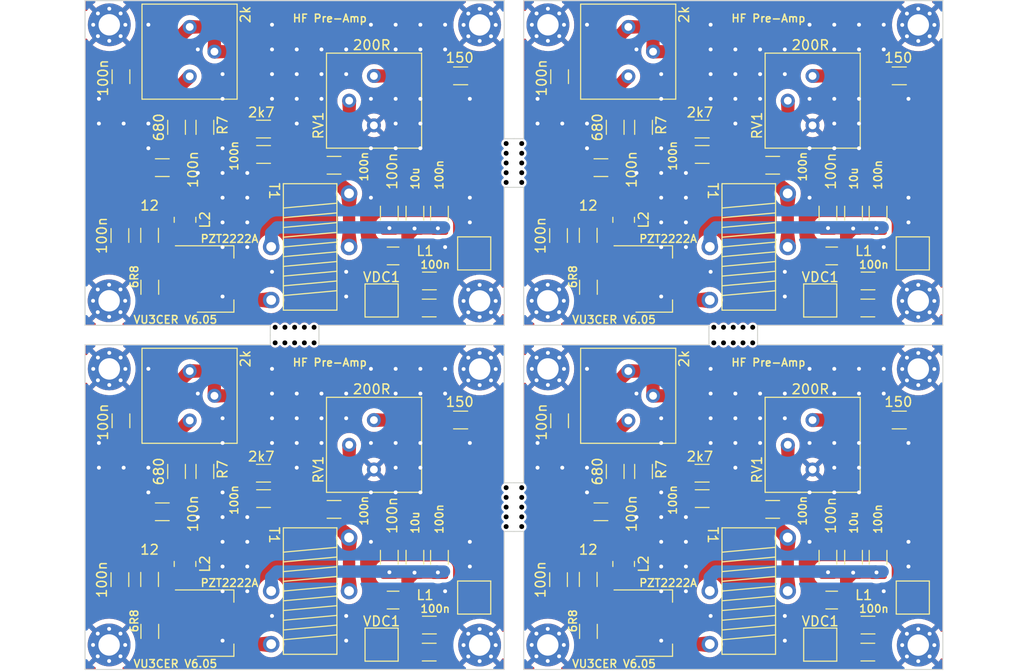
<source format=kicad_pcb>
(kicad_pcb (version 20221018) (generator pcbnew)
  (layers (0 "F.Cu" signal) (31 "B.Cu" signal) (34 "B.Paste" user) (35 "F.Paste" user) (36 "B.SilkS" user "B.Silkscreen") (37 "F.SilkS" user "F.Silkscreen") (38 "B.Mask" user) (39 "F.Mask" user) (44 "Edge.Cuts" user))
  (net 0 "")
  (net 1 "Board_0-+12V")
  (net 2 "Board_0-GND")
  (net 3 "Board_0-Net-(C1-Pad2)")
  (net 4 "Board_0-Net-(C18-Pad1)")
  (net 5 "Board_0-Net-(C19-Pad2)")
  (net 6 "Board_0-Net-(C25-Pad1)")
  (net 7 "Board_0-Net-(C35-Pad1)")
  (net 8 "Board_0-Net-(IN1-In)")
  (net 9 "Board_0-Net-(OUT1-In)")
  (net 10 "Board_0-Net-(Q1-B)")
  (net 11 "Board_0-Net-(Q1-C)")
  (net 12 "Board_0-Net-(Q1-E)")
  (net 13 "Board_0-Net-(T1-AB)")
  (net 14 "Board_0-Net-(T1-SA)")
  (net 15 "Board_1-+12V")
  (net 16 "Board_1-GND")
  (net 17 "Board_1-Net-(C1-Pad2)")
  (net 18 "Board_1-Net-(C18-Pad1)")
  (net 19 "Board_1-Net-(C19-Pad2)")
  (net 20 "Board_1-Net-(C25-Pad1)")
  (net 21 "Board_1-Net-(C35-Pad1)")
  (net 22 "Board_1-Net-(IN1-In)")
  (net 23 "Board_1-Net-(OUT1-In)")
  (net 24 "Board_1-Net-(Q1-B)")
  (net 25 "Board_1-Net-(Q1-C)")
  (net 26 "Board_1-Net-(Q1-E)")
  (net 27 "Board_1-Net-(T1-AB)")
  (net 28 "Board_1-Net-(T1-SA)")
  (net 29 "Board_2-+12V")
  (net 30 "Board_2-GND")
  (net 31 "Board_2-Net-(C1-Pad2)")
  (net 32 "Board_2-Net-(C18-Pad1)")
  (net 33 "Board_2-Net-(C19-Pad2)")
  (net 34 "Board_2-Net-(C25-Pad1)")
  (net 35 "Board_2-Net-(C35-Pad1)")
  (net 36 "Board_2-Net-(IN1-In)")
  (net 37 "Board_2-Net-(OUT1-In)")
  (net 38 "Board_2-Net-(Q1-B)")
  (net 39 "Board_2-Net-(Q1-C)")
  (net 40 "Board_2-Net-(Q1-E)")
  (net 41 "Board_2-Net-(T1-AB)")
  (net 42 "Board_2-Net-(T1-SA)")
  (net 43 "Board_3-+12V")
  (net 44 "Board_3-GND")
  (net 45 "Board_3-Net-(C1-Pad2)")
  (net 46 "Board_3-Net-(C18-Pad1)")
  (net 47 "Board_3-Net-(C19-Pad2)")
  (net 48 "Board_3-Net-(C25-Pad1)")
  (net 49 "Board_3-Net-(C35-Pad1)")
  (net 50 "Board_3-Net-(IN1-In)")
  (net 51 "Board_3-Net-(OUT1-In)")
  (net 52 "Board_3-Net-(Q1-B)")
  (net 53 "Board_3-Net-(Q1-C)")
  (net 54 "Board_3-Net-(Q1-E)")
  (net 55 "Board_3-Net-(T1-AB)")
  (net 56 "Board_3-Net-(T1-SA)")
  (footprint "NPTH" (layer "F.Cu") (at 171.0273 53.575)
    (fp_text reference "REF**" hide)
    (fp_text value "NPTH" hide)
  )
  (footprint "NPTH" (layer "F.Cu") (at 149.3 35.6875)
    (fp_text reference "REF**" hide)
    (fp_text value "NPTH" hide)
  )
  (footprint "NPTH" (layer "F.Cu") (at 171.0273 55.175)
    (fp_text reference "REF**" hide)
    (fp_text value "NPTH" hide)
  )
  (footprint "NPTH" (layer "F.Cu") (at 149.3 71.0625)
    (fp_text reference "REF**" hide)
    (fp_text value "NPTH" hide)
  )
  (footprint "Capacitor_SMD:C_1206_3216Metric_Pad1.33x1.80mm_HandSolder" (layer "F.Cu") (at 112.3814 72.542)
    (fp_text reference "C1" hide)
    (fp_text value "100n")
  )
  (footprint "Capacitor_SMD:C_1206_3216Metric_Pad1.33x1.80mm_HandSolder" (layer "F.Cu") (at 175.078064 72.297 180)
    (fp_text reference "C25" hide)
    (fp_text value "100n")
  )
  (footprint "NPTH" (layer "F.Cu") (at 149.3 34.6875)
    (fp_text reference "REF**" hide)
    (fp_text value "NPTH" hide)
  )
  (footprint "Package_TO_SOT_SMD:SOT-223-3_TabPin2" (layer "F.Cu") (at 117.825964 83.987)
    (fp_text reference "Q1" hide)
    (fp_text value "PZT2222A")
  )
  (footprint "Resistor_SMD:R_1206_3216Metric_Pad1.30x1.75mm_HandSolder" (layer "F.Cu") (at 158.900564 33.022 -90)
    (fp_text reference "R6" hide)
    (fp_text value "680")
  )
  (footprint "NPTH" (layer "F.Cu") (at 149.3 73.0625)
    (fp_text reference "REF**" hide)
    (fp_text value "NPTH" hide)
  )
  (footprint "MountingHole:MountingHole_2.2mm_M2_Pad_Via" (layer "F.Cu") (at 106.935964 57.857)
    (fp_text reference "H1" hide)
    (fp_text value "MountingHole_Pad" hide)
  )
  (footprint "Inductor_SMD:L_1206_3216Metric_Pad1.42x1.75mm_HandSolder" (layer "F.Cu") (at 136.085964 81.617 180)
    (fp_text reference "L1")
    (fp_text value "600 @ 100 MHz" hide)
  )
  (footprint "MountingHole:MountingHole_2.2mm_M2_Pad_Via" (layer "F.Cu") (at 106.919238 86.230274)
    (fp_text reference "H3" hide)
    (fp_text value "MountingHole_Pad" hide)
  )
  (footprint "NPTH" (layer "F.Cu") (at 172.0273 53.575)
    (fp_text reference "REF**" hide)
    (fp_text value "NPTH" hide)
  )
  (footprint "Capacitor_SMD:C_1206_3216Metric_Pad1.33x1.80mm_HandSolder" (layer "F.Cu") (at 108.135964 63.1895 90)
    (fp_text reference "C35" hide)
    (fp_text value "100n")
  )
  (footprint "Resistor_SMD:R_1206_3216Metric_Pad1.30x1.75mm_HandSolder" (layer "F.Cu") (at 167.828064 33.202 180)
    (fp_text reference "R5" hide)
    (fp_text value "2k7")
  )
  (footprint "Capacitor_SMD:C_1206_3216Metric_Pad1.33x1.80mm_HandSolder" (layer "F.Cu") (at 108.025964 79.517 -90)
    (fp_text reference "C19" hide)
    (fp_text value "100n")
  )
  (footprint "footprints:FT50-43 Transformer" (layer "F.Cu") (at 127.565964 53.317 180)
    (fp_text reference "T1")
    (fp_text value "XFMR" hide)
  )
  (footprint "MountingHole:MountingHole_2.2mm_M2_Pad_Via" (layer "F.Cu") (at 151.990564 57.857)
    (fp_text reference "H1" hide)
    (fp_text value "MountingHole_Pad" hide)
  )
  (footprint "Inductor_SMD:L_1206_3216Metric_Pad1.42x1.75mm_HandSolder" (layer "F.Cu") (at 181.140564 81.617 180)
    (fp_text reference "L1")
    (fp_text value "600 @ 100 MHz" hide)
  )
  (footprint "footprints:SMA_EDGELAUNCH_Modded" (layer "F.Cu") (at 146.545964 70.757 180)
    (fp_text reference "OUT1" hide)
    (fp_text value "SMA" hide)
  )
  (footprint "Inductor_SMD:L_1008_2520Metric_Pad1.43x2.20mm_HandSolder" (layer "F.Cu") (at 114.715964 42.5295 -90)
    (fp_text reference "L2")
    (fp_text value "47nH" hide)
  )
  (footprint "Capacitor_SMD:C_1206_3216Metric_Pad1.33x1.80mm_HandSolder" (layer "F.Cu") (at 157.436 37.167)
    (fp_text reference "C1" hide)
    (fp_text value "100n")
  )
  (footprint "NPTH" (layer "F.Cu") (at 149.3 74.0625)
    (fp_text reference "REF**" hide)
    (fp_text value "NPTH" hide)
  )
  (footprint "Capacitor_SMD:C_1206_3216Metric_Pad1.33x1.80mm_HandSolder" (layer "F.Cu") (at 180.753064 77.217 -90)
    (fp_text reference "C22" hide)
    (fp_text value "100n")
  )
  (footprint "MountingHole:MountingHole_2.2mm_M2_Pad_Via" (layer "F.Cu") (at 151.990564 22.482)
    (fp_text reference "H1" hide)
    (fp_text value "MountingHole_Pad" hide)
  )
  (footprint "Resistor_SMD:R_1206_3216Metric_Pad1.30x1.75mm_HandSolder" (layer "F.Cu") (at 116.755964 33.022 90)
    (fp_text reference "R7")
    (fp_text value "1k" hide)
  )
  (footprint "NPTH" (layer "F.Cu") (at 147.7 70.0625)
    (fp_text reference "REF**" hide)
    (fp_text value "NPTH" hide)
  )
  (footprint "Capacitor_SMD:C_1206_3216Metric_Pad1.33x1.80mm_HandSolder" (layer "F.Cu") (at 108.025964 44.142 -90)
    (fp_text reference "C19" hide)
    (fp_text value "100n")
  )
  (footprint "TestPoint:TestPoint_Pad_3.0x3.0mm" (layer "F.Cu") (at 134.905964 86.197)
    (fp_text reference "VDC1")
    (fp_text value "Conn_01x01" hide)
  )
  (footprint "Inductor_SMD:L_1008_2520Metric_Pad1.43x2.20mm_HandSolder" (layer "F.Cu") (at 159.770564 42.5295 -90)
    (fp_text reference "L2")
    (fp_text value "47nH" hide)
  )
  (footprint "footprints:FT50-43 Transformer" (layer "F.Cu") (at 172.620564 88.692 180)
    (fp_text reference "T1")
    (fp_text value "XFMR" hide)
  )
  (footprint "TestPoint:TestPoint_Pad_3.0x3.0mm" (layer "F.Cu") (at 189.470564 81.357)
    (fp_text reference "GND1" hide)
    (fp_text value "Conn_01x01" hide)
  )
  (footprint "Capacitor_SMD:C_1206_3216Metric_Pad1.33x1.80mm_HandSolder" (layer "F.Cu") (at 139.795964 86.967 180)
    (fp_text reference "C24" hide)
    (fp_text value "10u" hide)
  )
  (footprint "Inductor_SMD:L_1206_3216Metric_Pad1.42x1.75mm_HandSolder" (layer "F.Cu") (at 181.140564 46.242 180)
    (fp_text reference "L1")
    (fp_text value "600 @ 100 MHz" hide)
  )
  (footprint "MountingHole:MountingHole_2.2mm_M2_Pad_Via" (layer "F.Cu") (at 190.033838 57.870274)
    (fp_text reference "H2" hide)
    (fp_text value "MountingHole_Pad" hide)
  )
  (footprint "Capacitor_SMD:C_1206_3216Metric_Pad1.33x1.80mm_HandSolder" (layer "F.Cu") (at 184.870564 84.187 180)
    (fp_text reference "C23" hide)
    (fp_text value "100n")
  )
  (footprint "Potentiometer_THT:Potentiometer_Bourns_3386P_Vertical" (layer "F.Cu") (at 115.195964 27.782)
    (fp_text reference "RV2" hide)
    (fp_text value "2k")
  )
  (footprint "Capacitor_SMD:C_1206_3216Metric_Pad1.33x1.80mm_HandSolder" (layer "F.Cu") (at 175.078064 36.922 180)
    (fp_text reference "C25" hide)
    (fp_text value "100n")
  )
  (footprint "Resistor_SMD:R_1206_3216Metric_Pad1.30x1.75mm_HandSolder" (layer "F.Cu") (at 111.075964 79.497 -90)
    (fp_text reference "R9" hide)
    (fp_text value "12")
  )
  (footprint "NPTH" (layer "F.Cu") (at 147.7 72.0625)
    (fp_text reference "REF**" hide)
    (fp_text value "NPTH" hide)
  )
  (footprint "Resistor_SMD:R_1206_3216Metric_Pad1.30x1.75mm_HandSolder" (layer "F.Cu") (at 158.900564 68.397 -90)
    (fp_text reference "R6" hide)
    (fp_text value "680")
  )
  (footprint "MountingHole:MountingHole_2.2mm_M2_Pad_Via" (layer "F.Cu") (at 144.979238 22.495274)
    (fp_text reference "H2" hide)
    (fp_text value "MountingHole_Pad" hide)
  )
  (footprint "Capacitor_SMD:C_1206_3216Metric_Pad1.33x1.80mm_HandSolder" (layer "F.Cu") (at 135.698464 77.217 -90)
    (fp_text reference "C22" hide)
    (fp_text value "100n")
  )
  (footprint "NPTH" (layer "F.Cu") (at 173.0273 55.175)
    (fp_text reference "REF**" hide)
    (fp_text value "NPTH" hide)
  )
  (footprint "TestPoint:TestPoint_Pad_3.0x3.0mm" (layer "F.Cu") (at 144.415964 45.982)
    (fp_text reference "GND1" hide)
    (fp_text value "Conn_01x01" hide)
  )
  (footprint "NPTH" (layer "F.Cu") (at 172.0273 55.175)
    (fp_text reference "REF**" hide)
    (fp_text value "NPTH" hide)
  )
  (footprint "Capacitor_SMD:C_1206_3216Metric_Pad1.33x1.80mm_HandSolder" (layer "F.Cu") (at 122.783464 35.812)
    (fp_text reference "C18" hide)
    (fp_text value "100n")
  )
  (footprint "Capacitor_SMD:C_1206_3216Metric_Pad1.33x1.80mm_HandSolder" (layer "F.Cu") (at 185.903064 77.2245 -90)
    (fp_text reference "C21" hide)
    (fp_text value "100n")
  )
  (footprint "Capacitor_SMD:C_1206_3216Metric_Pad1.33x1.80mm_HandSolder" (layer "F.Cu") (at 130.023464 36.922 180)
    (fp_text reference "C25" hide)
    (fp_text value "100n")
  )
  (footprint "Potentiometer_THT:Potentiometer_Bourns_3386P_Vertical" (layer "F.Cu") (at 115.195964 63.157)
    (fp_text reference "RV2" hide)
    (fp_text value "2k")
  )
  (footprint "MountingHole:MountingHole_2.2mm_M2_Pad_Via" (layer "F.Cu") (at 151.973838 86.230274)
    (fp_text reference "H3" hide)
    (fp_text value "MountingHole_Pad" hide)
  )
  (footprint "MountingHole:MountingHole_2.2mm_M2_Pad_Via" (layer "F.Cu") (at 190.033838 22.495274)
    (fp_text reference "H2" hide)
    (fp_text value "MountingHole_Pad" hide)
  )
  (footprint "MountingHole:MountingHole_2.2mm_M2_Pad_Via" (layer "F.Cu") (at 106.935964 22.482)
    (fp_text reference "H1" hide)
    (fp_text value "MountingHole_Pad" hide)
  )
  (footprint "TestPoint:TestPoint_Pad_3.0x3.0mm" (layer "F.Cu") (at 179.960564 50.822)
    (fp_text reference "VDC1")
    (fp_text value "Conn_01x01" hide)
  )
  (footprint "Capacitor_SMD:C_1206_3216Metric_Pad1.33x1.80mm_HandSolder" (layer "F.Cu") (at 140.848464 77.2245 -90)
    (fp_text reference "C21" hide)
    (fp_text value "100n")
  )
  (footprint "Resistor_SMD:R_1206_3216Metric_Pad1.30x1.75mm_HandSolder" (layer "F.Cu") (at 111.075964 44.122 -90)
    (fp_text reference "R9" hide)
    (fp_text value "12")
  )
  (footprint "NPTH" (layer "F.Cu") (at 149.3 70.0625)
    (fp_text reference "REF**" hide)
    (fp_text value "NPTH" hide)
  )
  (footprint "NPTH" (layer "F.Cu") (at 173.0273 53.575)
    (fp_text reference "REF**" hide)
    (fp_text value "NPTH" hide)
  )
  (footprint "MountingHole:MountingHole_2.2mm_M2_Pad_Via" (layer "F.Cu") (at 144.979238 57.870274)
    (fp_text reference "H2" hide)
    (fp_text value "MountingHole_Pad" hide)
  )
  (footprint "Resistor_SMD:R_1206_3216Metric_Pad1.30x1.75mm_HandSolder" (layer "F.Cu") (at 122.773464 68.577 180)
    (fp_text reference "R5" hide)
    (fp_text value "2k7")
  )
  (footprint "NPTH" (layer "F.Cu") (at 147.7 35.6875)
    (fp_text reference "REF**" hide)
    (fp_text value "NPTH" hide)
  )
  (footprint "Capacitor_SMD:C_1206_3216Metric_Pad1.33x1.80mm_HandSolder" (layer "F.Cu") (at 130.023464 72.297 180)
    (fp_text reference "C25" hide)
    (fp_text value "100n")
  )
  (footprint "NPTH" (layer "F.Cu") (at 147.7 73.0625)
    (fp_text reference "REF**" hide)
    (fp_text value "NPTH" hide)
  )
  (footprint "Capacitor_SMD:C_1206_3216Metric_Pad1.33x1.80mm_HandSolder" (layer "F.Cu") (at 157.436 72.542)
    (fp_text reference "C1" hide)
    (fp_text value "100n")
  )
  (footprint "MountingHole:MountingHole_2.2mm_M2_Pad_Via" (layer "F.Cu") (at 144.975964 50.872)
    (fp_text reference "H4" hide)
    (fp_text value "MountingHole_Pad" hide)
  )
  (footprint "TestPoint:TestPoint_Pad_3.0x3.0mm" (layer "F.Cu") (at 144.415964 81.357)
    (fp_text reference "GND1" hide)
    (fp_text value "Conn_01x01" hide)
  )
  (footprint "Inductor_SMD:L_1008_2520Metric_Pad1.43x2.20mm_HandSolder" (layer "F.Cu") (at 159.770564 77.9045 -90)
    (fp_text reference "L2")
    (fp_text value "47nH" hide)
  )
  (footprint "Capacitor_SMD:C_1206_3216Metric_Pad1.33x1.80mm_HandSolder" (layer "F.Cu") (at 138.328464 41.842 -90)
    (fp_text reference "C20" hide)
    (fp_text value "10u")
  )
  (footprint "Capacitor_SMD:C_1206_3216Metric_Pad1.33x1.80mm_HandSolder" (layer "F.Cu") (at 153.080564 44.142 -90)
    (fp_text reference "C19" hide)
    (fp_text value "100n")
  )
  (footprint "footprints:SMA_EDGELAUNCH_Modded" (layer "F.Cu") (at 150.074 37.127)
    (fp_text reference "IN1" hide)
    (fp_text value "SMA")
  )
  (footprint "NPTH" (layer "F.Cu") (at 147.7 74.0625)
    (fp_text reference "REF**" hide)
    (fp_text value "NPTH" hide)
  )
  (footprint "NPTH" (layer "F.Cu") (at 147.7 71.0625)
    (fp_text reference "REF**" hide)
    (fp_text value "NPTH" hide)
  )
  (footprint "Resistor_SMD:R_1206_3216Metric_Pad1.30x1.75mm_HandSolder" (layer "F.Cu") (at 111.095964 49.462 -90)
    (fp_text reference "R8" hide)
    (fp_text value "6R8")
  )
  (footprint "Resistor_SMD:R_1206_3216Metric_Pad1.30x1.75mm_HandSolder" (layer "F.Cu") (at 156.130564 44.122 -90)
    (fp_text reference "R9" hide)
    (fp_text value "12")
  )
  (footprint "TestPoint:TestPoint_Pad_3.0x3.0mm" (layer "F.Cu") (at 179.960564 86.197)
    (fp_text reference "VDC1")
    (fp_text value "Conn_01x01" hide)
  )
  (footprint "NPTH" (layer "F.Cu") (at 170.0273 53.575)
    (fp_text reference "REF**" hide)
    (fp_text value "NPTH" hide)
  )
  (footprint "NPTH" (layer "F.Cu") (at 127.9727 53.575)
    (fp_text reference "REF**" hide)
    (fp_text value "NPTH" hide)
  )
  (footprint "Resistor_SMD:R_1206_3216Metric_Pad1.30x1.75mm_HandSolder" (layer "F.Cu") (at 167.828064 68.577 180)
    (fp_text reference "R5" hide)
    (fp_text value "2k7")
  )
  (footprint "footprints:SMA_EDGELAUNCH_Modded" (layer "F.Cu") (at 105.0194 72.502)
    (fp_text reference "IN1" hide)
    (fp_text value "SMA")
  )
  (footprint "Capacitor_SMD:C_1206_3216Metric_Pad1.33x1.80mm_HandSolder" (layer "F.Cu") (at 153.080564 79.517 -90)
    (fp_text reference "C19" hide)
    (fp_text value "100n")
  )
  (footprint "NPTH" (layer "F.Cu") (at 149.3 38.6875)
    (fp_text reference "REF**" hide)
    (fp_text value "NPTH" hide)
  )
  (footprint "Resistor_SMD:R_1206_3216Metric_Pad1.30x1.75mm_HandSolder" (layer "F.Cu") (at 111.095964 84.837 -90)
    (fp_text reference "R8" hide)
    (fp_text value "6R8")
  )
  (footprint "NPTH" (layer "F.Cu") (at 124.9727 55.175)
    (fp_text reference "REF**" hide)
    (fp_text value "NPTH" hide)
  )
  (footprint "NPTH" (layer "F.Cu") (at 126.9727 53.575)
    (fp_text reference "REF**" hide)
    (fp_text value "NPTH" hide)
  )
  (footprint "NPTH" (layer "F.Cu") (at 123.9727 55.175)
    (fp_text reference "REF**" hide)
    (fp_text value "NPTH" hide)
  )
  (footprint "Capacitor_SMD:C_1206_3216Metric_Pad1.33x1.80mm_HandSolder" (layer "F.Cu") (at 139.795964 51.592 180)
    (fp_text reference "C24" hide)
    (fp_text value "10u" hide)
  )
  (footprint "Capacitor_SMD:C_1206_3216Metric_Pad1.33x1.80mm_HandSolder" (layer "F.Cu") (at 184.870564 48.812 180)
    (fp_text reference "C23" hide)
    (fp_text value "100n")
  )
  (footprint "Resistor_SMD:R_1206_3216Metric_Pad1.30x1.75mm_HandSolder" (layer "F.Cu") (at 113.845964 33.022 -90)
    (fp_text reference "R6" hide)
    (fp_text value "680")
  )
  (footprint "footprints:FT50-43 Transformer" (layer "F.Cu") (at 172.620564 53.317 180)
    (fp_text reference "T1")
    (fp_text value "XFMR" hide)
  )
  (footprint "MountingHole:MountingHole_2.2mm_M2_Pad_Via" (layer "F.Cu") (at 190.030564 50.872)
    (fp_text reference "H4" hide)
    (fp_text value "MountingHole_Pad" hide)
  )
  (footprint "NPTH" (layer "F.Cu") (at 147.7 34.6875)
    (fp_text reference "REF**" hide)
    (fp_text value "NPTH" hide)
  )
  (footprint "Resistor_SMD:R_1206_3216Metric_Pad1.30x1.75mm_HandSolder" (layer "F.Cu") (at 161.810564 33.022 90)
    (fp_text reference "R7")
    (fp_text value "1k" hide)
  )
  (footprint "Potentiometer_THT:Potentiometer_Bourns_3386P_Vertical" (layer "F.Cu") (at 160.250564 63.157)
    (fp_text reference "RV2" hide)
    (fp_text value "2k")
  )
  (footprint "Capacitor_SMD:C_1206_3216Metric_Pad1.33x1.80mm_HandSolder" (layer "F.Cu") (at 184.850564 86.967 180)
    (fp_text reference "C24" hide)
    (fp_text value "10u" hide)
  )
  (footprint "Resistor_SMD:R_1206_3216Metric_Pad1.30x1.75mm_HandSolder" (layer "F.Cu") (at 113.845964 68.397 -90)
    (fp_text reference "R6" hide)
    (fp_text value "680")
  )
  (footprint "Capacitor_SMD:C_1206_3216Metric_Pad1.33x1.80mm_HandSolder" (layer "F.Cu") (at 135.698464 41.842 -90)
    (fp_text reference "C22" hide)
    (fp_text value "100n")
  )
  (footprint "Capacitor_SMD:C_1206_3216Metric_Pad1.33x1.80mm_HandSolder" (layer "F.Cu") (at 108.135964 27.8145 90)
    (fp_text reference "C35" hide)
    (fp_text value "100n")
  )
  (footprint "MountingHole:MountingHole_2.2mm_M2_Pad_Via" (layer "F.Cu") (at 151.973838 50.855274)
    (fp_text reference "H3" hide)
    (fp_text value "MountingHole_Pad" hide)
  )
  (footprint "NPTH" (layer "F.Cu") (at 147.7 37.6875)
    (fp_text reference "REF**" hide)
    (fp_text value "NPTH" hide)
  )
  (footprint "Capacitor_SMD:C_1206_3216Metric_Pad1.33x1.80mm_HandSolder" (layer "F.Cu") (at 167.838064 71.187)
    (fp_text reference "C18" hide)
    (fp_text value "100n")
  )
  (footprint "Package_TO_SOT_SMD:SOT-223-3_TabPin2" (layer "F.Cu") (at 162.880564 83.987)
    (fp_text reference "Q1" hide)
    (fp_text value "PZT2222A")
  )
  (footprint "Capacitor_SMD:C_1206_3216Metric_Pad1.33x1.80mm_HandSolder" (layer "F.Cu") (at 183.383064 77.217 -90)
    (fp_text reference "C20" hide)
    (fp_text value "10u")
  )
  (footprint "Capacitor_SMD:C_1206_3216Metric_Pad1.33x1.80mm_HandSolder" (layer "F.Cu") (at 139.815964 48.812 180)
    (fp_text reference "C23" hide)
    (fp_text value "100n")
  )
  (footprint "Potentiometer_THT:Potentiometer_Bourns_3386P_Vertical" (layer "F.Cu") (at 134.115964 27.741 180)
    (fp_text reference "RV1")
    (fp_text value "200R" hide)
  )
  (footprint "Resistor_SMD:R_1206_3216Metric_Pad1.30x1.75mm_HandSolder" (layer "F.Cu") (at 156.150564 49.462 -90)
    (fp_text reference "R8" hide)
    (fp_text value "6R8")
  )
  (footprint "MountingHole:MountingHole_2.2mm_M2_Pad_Via" (layer "F.Cu") (at 190.030564 86.247)
    (fp_text reference "H4" hide)
    (fp_text value "MountingHole_Pad" hide)
  )
  (footprint "Resistor_SMD:R_1206_3216Metric_Pad1.30x1.75mm_HandSolder" (layer "F.Cu") (at 161.810564 68.397 90)
    (fp_text reference "R7")
    (fp_text value "1k" hide)
  )
  (footprint "NPTH" (layer "F.Cu") (at 123.9727 53.575)
    (fp_text reference "REF**" hide)
    (fp_text value "NPTH" hide)
  )
  (footprint "TestPoint:TestPoint_Pad_3.0x3.0mm" (layer "F.Cu") (at 189.470564 45.982)
    (fp_text reference "GND1" hide)
    (fp_text value "Conn_01x01" hide)
  )
  (footprint "Capacitor_SMD:C_1206_3216Metric_Pad1.33x1.80mm_HandSolder" (layer "F.Cu") (at 153.190564 63.1895 90)
    (fp_text reference "C35" hide)
    (fp_text value "100n")
  )
  (footprint "NPTH" (layer "F.Cu") (at 169.0273 55.175)
    (fp_text reference "REF**" hide)
    (fp_text value "NPTH" hide)
  )
  (footprint "Capacitor_SMD:C_1206_3216Metric_Pad1.33x1.80mm_HandSolder" (layer "F.Cu") (at 153.190564 27.8145 90)
    (fp_text reference "C35" hide)
    (fp_text value "100n")
  )
  (footprint "Capacitor_SMD:C_1206_3216Metric_Pad1.33x1.80mm_HandSolder" (layer "F.Cu") (at 112.3814 37.167)
    (fp_text reference "C1" hide)
    (fp_text value "100n")
  )
  (footprint "Resistor_SMD:R_1206_3216Metric_Pad1.30x1.75mm_HandSolder" (layer "F.Cu") (at 188.080564 63.107 180)
    (fp_text reference "R1" hide)
    (fp_text value "150")
  )
  (footprint "Capacitor_SMD:C_1206_3216Metric_Pad1.33x1.80mm_HandSolder" (layer "F.Cu") (at 139.815964 84.187 180)
    (fp_text reference "C23" hide)
    (fp_text value "100n")
  )
  (footprint "footprints:SMA_EDGELAUNCH_Modded" (layer "F.Cu") (at 191.600564 35.382 180)
    (fp_text reference "OUT1" hide)
    (fp_text value "SMA" hide)
  )
  (footprint "Capacitor_SMD:C_1206_3216Metric_Pad1.33x1.80mm_HandSolder" (layer "F.Cu") (at 184.850564 51.592 180)
    (fp_text reference "C24" hide)
    (fp_text value "10u" hide)
  )
  (footprint "Capacitor_SMD:C_1206_3216Metric_Pad1.33x1.80mm_HandSolder" (layer "F.Cu") (at 185.903064 41.8495 -90)
    (fp_text reference "C21" hide)
    (fp_text value "100n")
  )
  (footprint "footprints:FT50-43 Transformer" (layer "F.Cu") (at 127.565964 88.692 180)
    (fp_text reference "T1")
    (fp_text value "XFMR" hide)
  )
  (footprint "Capacitor_SMD:C_1206_3216Metric_Pad1.33x1.80mm_HandSolder" (layer "F.Cu") (at 180.753064 41.842 -90)
    (fp_text reference "C22" hide)
    (fp_text value "100n")
  )
  (footprint "Resistor_SMD:R_1206_3216Metric_Pad1.30x1.75mm_HandSolder" (layer "F.Cu") (at 143.025964 63.107 180)
    (fp_text reference "R1" hide)
    (fp_text value "150")
  )
  (footprint "footprints:SMA_EDGELAUNCH_Modded" (layer "F.Cu") (at 150.074 72.502)
    (fp_text reference "IN1" hide)
    (fp_text value "SMA")
  )
  (footprint "NPTH" (layer "F.Cu") (at 149.3 72.0625)
    (fp_text reference "REF**" hide)
    (fp_text value "NPTH" hide)
  )
  (footprint "NPTH" (layer "F.Cu") (at 127.9727 55.175)
    (fp_text reference "REF**" hide)
    (fp_text value "NPTH" hide)
  )
  (footprint "Resistor_SMD:R_1206_3216Metric_Pad1.30x1.75mm_HandSolder" (layer "F.Cu") (at 116.755964 68.397 90)
    (fp_text reference "R7")
    (fp_text value "1k" hide)
  )
  (footprint "Capacitor_SMD:C_1206_3216Metric_Pad1.33x1.80mm_HandSolder" (layer "F.Cu") (at 140.848464 41.8495 -90)
    (fp_text reference "C21" hide)
    (fp_text value "100n")
  )
  (footprint "NPTH" (layer "F.Cu") (at 147.7 36.6875)
    (fp_text reference "REF**" hide)
    (fp_text value "NPTH" hide)
  )
  (footprint "Potentiometer_THT:Potentiometer_Bourns_3386P_Vertical" (layer "F.Cu") (at 134.115964 63.116 180)
    (fp_text reference "RV1")
    (fp_text value "200R" hide)
  )
  (footprint "Inductor_SMD:L_1008_2520Metric_Pad1.43x2.20mm_HandSolder" (layer "F.Cu") (at 114.715964 77.9045 -90)
    (fp_text reference "L2")
    (fp_text value "47nH" hide)
  )
  (footprint "footprints:SMA_EDGELAUNCH_Modded" (layer "F.Cu") (at 146.545964 35.382 180)
    (fp_text reference "OUT1" hide)
    (fp_text value "SMA" hide)
  )
  (footprint "Resistor_SMD:R_1206_3216Metric_Pad1.30x1.75mm_HandSolder" (layer "F.Cu") (at 156.130564 79.497 -90)
    (fp_text reference "R9" hide)
    (fp_text value "12")
  )
  (footprint "MountingHole:MountingHole_2.2mm_M2_Pad_Via" (layer "F.Cu") (at 106.919238 50.855274)
    (fp_text reference "H3" hide)
    (fp_text value "MountingHole_Pad" hide)
  )
  (footprint "Resistor_SMD:R_1206_3216Metric_Pad1.30x1.75mm_HandSolder" (layer "F.Cu") (at 122.773464 33.202 180)
    (fp_text reference "R5" hide)
    (fp_text value "2k7")
  )
  (footprint "NPTH" (layer "F.Cu") (at 124.9727 53.575)
    (fp_text reference "REF**" hide)
    (fp_text value "NPTH" hide)
  )
  (footprint "Package_TO_SOT_SMD:SOT-223-3_TabPin2" (layer "F.Cu") (at 117.825964 48.612)
    (fp_text reference "Q1" hide)
    (fp_text value "PZT2222A")
  )
  (footprint "Potentiometer_THT:Potentiometer_Bourns_3386P_Vertical" (layer "F.Cu") (at 179.170564 63.116 180)
    (fp_text reference "RV1")
    (fp_text value "200R" hide)
  )
  (footprint "Potentiometer_THT:Potentiometer_Bourns_3386P_Vertical" (layer "F.Cu") (at 160.250564 27.782)
    (fp_text reference "RV2" hide)
    (fp_text value "2k")
  )
  (footprint "NPTH" (layer "F.Cu") (at 125.9727 53.575)
    (fp_text reference "REF**" hide)
    (fp_text value "NPTH" hide)
  )
  (footprint "NPTH" (layer "F.Cu") (at 169.0273 53.575)
    (fp_text reference "REF**" hide)
    (fp_text value "NPTH" hide)
  )
  (footprint "MountingHole:MountingHole_2.2mm_M2_Pad_Via" (layer "F.Cu") (at 144.975964 86.247)
    (fp_text reference "H4" hide)
    (fp_text value "MountingHole_Pad" hide)
  )
  (footprint "Capacitor_SMD:C_1206_3216Metric_Pad1.33x1.80mm_HandSolder" (layer "F.Cu") (at 167.838064 35.812)
    (fp_text reference "C18" hide)
    (fp_text value "100n")
  )
  (footprint "NPTH" (layer "F.Cu") (at 125.9727 55.175)
    (fp_text reference "REF**" hide)
    (fp_text value "NPTH" hide)
  )
  (footprint "Capacitor_SMD:C_1206_3216Metric_Pad1.33x1.80mm_HandSolder" (layer "F.Cu") (at 138.328464 77.217 -90)
    (fp_text reference "C20" hide)
    (fp_text value "10u")
  )
  (footprint "NPTH" (layer "F.Cu") (at 149.3 37.6875)
    (fp_text reference "REF**" hide)
    (fp_text value "NPTH" hide)
  )
  (footprint "Resistor_SMD:R_1206_3216Metric_Pad1.30x1.75mm_HandSolder" (layer "F.Cu") (at 156.150564 84.837 -90)
    (fp_text reference "R8" hide)
    (fp_text value "6R8")
  )
  (footprint "Package_TO_SOT_SMD:SOT-223-3_TabPin2" (layer "F.Cu") (at 162.880564 48.612)
    (fp_text reference "Q1" hide)
    (fp_text value "PZT2222A")
  )
  (footprint "NPTH" (layer "F.Cu") (at 126.9727 55.175)
    (fp_text reference "REF**" hide)
    (fp_text value "NPTH" hide)
  )
  (footprint "TestPoint:TestPoint_Pad_3.0x3.0mm" (layer "F.Cu") (at 134.905964 50.822)
    (fp_text reference "VDC1")
    (fp_text value "Conn_01x01" hide)
  )
  (footprint "Resistor_SMD:R_1206_3216Metric_Pad1.30x1.75mm_HandSolder" (layer "F.Cu") (at 188.080564 27.732 180)
    (fp_text reference "R1" hide)
    (fp_text value "150")
  )
  (footprint "footprints:SMA_EDGELAUNCH_Modded" (layer "F.Cu") (at 105.0194 37.127)
    (fp_text reference "IN1" hide)
    (fp_text value "SMA")
  )
  (footprint "Inductor_SMD:L_1206_3216Metric_Pad1.42x1.75mm_HandSolder" (layer "F.Cu") (at 136.085964 46.242 180)
    (fp_text reference "L1")
    (fp_text value "600 @ 100 MHz" hide)
  )
  (footprint "Capacitor_SMD:C_1206_3216Metric_Pad1.33x1.80mm_HandSolder" (layer "F.Cu") (at 183.383064 41.842 -90)
    (fp_text reference "C20" hide)
    (fp_text value "10u")
  )
  (footprint "Potentiometer_THT:Potentiometer_Bourns_3386P_Vertical" (layer "F.Cu") (at 179.170564 27.741 180)
    (fp_text reference "RV1")
    (fp_text value "200R" hide)
  )
  (footprint "Resistor_SMD:R_1206_3216Metric_Pad1.30x1.75mm_HandSolder" (layer "F.Cu") (at 143.025964 27.732 180)
    (fp_text reference "R1" hide)
    (fp_text value "150")
  )
  (footprint "Capacitor_SMD:C_1206_3216Metric_Pad1.33x1.80mm_HandSolder" (layer "F.Cu") (at 122.783464 71.187)
    (fp_text reference "C18" hide)
    (fp_text value "100n")
  )
  (footprint "NPTH" (layer "F.Cu") (at 147.7 38.6875)
    (fp_text reference "REF**" hide)
    (fp_text value "NPTH" hide)
  )
  (footprint "NPTH" (layer "F.Cu") (at 170.0273 55.175)
    (fp_text reference "REF**" hide)
    (fp_text value "NPTH" hide)
  )
  (footprint "footprints:SMA_EDGELAUNCH_Modded" (layer "F.Cu") (at 191.600564 70.757 180)
    (fp_text reference "OUT1" hide)
    (fp_text value "SMA" hide)
  )
  (footprint "NPTH" (layer "F.Cu") (at 149.3 36.6875)
    (fp_text reference "REF**" hide)
    (fp_text value "NPTH" hide)
  )
  (gr_line (start 128.4727 54.375) (end 128.4727 53.375) (stroke (width 0.1)) (layer "Edge.Cuts"))
  (gr_line (start 149.5 34.1875) (end 148.5 34.1875) (stroke (width 0.1)) (layer "Edge.Cuts"))
  (gr_line (start 173.5273 54.375) (end 173.5273 53.375) (stroke (width 0.1)) (layer "Edge.Cuts"))
  (gr_line (start 147.5 74.5625) (end 148.5 74.5625) (stroke (width 0.1)) (layer "Edge.Cuts"))
  (gr_line (start 123.4727 55.375) (end 104.4454 55.375) (stroke (width 0.1)) (layer "Edge.Cuts"))
  (gr_line (start 123.4727 53.375) (end 123.4727 54.375) (stroke (width 0.1)) (layer "Edge.Cuts"))
  (gr_line (start 149.5 69.5625) (end 148.5 69.5625) (stroke (width 0.1)) (layer "Edge.Cuts"))
  (gr_line (start 104.4454 20) (end 104.4454 53.375) (stroke (width 0.1)) (layer "Edge.Cuts"))
  (gr_line (start 104.4454 88.75) (end 147.5 88.75) (stroke (width 0.1)) (layer "Edge.Cuts"))
  (gr_line (start 147.5 69.5625) (end 147.5 69.5625) (stroke (width 0.1)) (layer "Edge.Cuts"))
  (gr_line (start 128.4727 55.375) (end 128.4727 54.375) (stroke (width 0.1)) (layer "Edge.Cuts"))
  (gr_line (start 168.5273 55.375) (end 149.5 55.375) (stroke (width 0.1)) (layer "Edge.Cuts"))
  (gr_line (start 123.4727 54.375) (end 123.4727 55.375) (stroke (width 0.1)) (layer "Edge.Cuts"))
  (gr_line (start 192.5546 53.375) (end 192.5546 20) (stroke (width 0.1)) (layer "Edge.Cuts"))
  (gr_line (start 147.5 34.1875) (end 147.5 34.1875) (stroke (width 0.1)) (layer "Edge.Cuts"))
  (gr_line (start 149.5 39.1875) (end 149.5 53.375) (stroke (width 0.1)) (layer "Edge.Cuts"))
  (gr_line (start 128.4727 53.375) (end 147.5 53.375) (stroke (width 0.1)) (layer "Edge.Cuts"))
  (gr_line (start 147.5 88.75) (end 147.5 74.5625) (stroke (width 0.1)) (layer "Edge.Cuts"))
  (gr_line (start 147.5 55.375) (end 128.4727 55.375) (stroke (width 0.1)) (layer "Edge.Cuts"))
  (gr_line (start 173.5273 53.375) (end 192.5546 53.375) (stroke (width 0.1)) (layer "Edge.Cuts"))
  (gr_line (start 104.4454 55.375) (end 104.4454 88.75) (stroke (width 0.1)) (layer "Edge.Cuts"))
  (gr_line (start 104.4454 53.375) (end 123.4727 53.375) (stroke (width 0.1)) (layer "Edge.Cuts"))
  (gr_line (start 147.5 34.1875) (end 147.5 20) (stroke (width 0.1)) (layer "Edge.Cuts"))
  (gr_line (start 147.5 20) (end 104.4454 20) (stroke (width 0.1)) (layer "Edge.Cuts"))
  (gr_line (start 192.5546 88.75) (end 192.5546 55.375) (stroke (width 0.1)) (layer "Edge.Cuts"))
  (gr_line (start 148.5 34.1875) (end 147.5 34.1875) (stroke (width 0.1)) (layer "Edge.Cuts"))
  (gr_line (start 149.5 55.375) (end 149.5 69.5625) (stroke (width 0.1)) (layer "Edge.Cuts"))
  (gr_line (start 149.5 53.375) (end 168.5273 53.375) (stroke (width 0.1)) (layer "Edge.Cuts"))
  (gr_line (start 192.5546 55.375) (end 173.5273 55.375) (stroke (width 0.1)) (layer "Edge.Cuts"))
  (gr_line (start 149.5 20) (end 149.5 34.1875) (stroke (width 0.1)) (layer "Edge.Cuts"))
  (gr_line (start 148.5 74.5625) (end 149.5 74.5625) (stroke (width 0.1)) (layer "Edge.Cuts"))
  (gr_line (start 168.5273 53.375) (end 168.5273 54.375) (stroke (width 0.1)) (layer "Edge.Cuts"))
  (gr_line (start 147.5 39.1875) (end 148.5 39.1875) (stroke (width 0.1)) (layer "Edge.Cuts"))
  (gr_line (start 148.5 69.5625) (end 147.5 69.5625) (stroke (width 0.1)) (layer "Edge.Cuts"))
  (gr_line (start 149.5 74.5625) (end 149.5 88.75) (stroke (width 0.1)) (layer "Edge.Cuts"))
  (gr_line (start 192.5546 20) (end 149.5 20) (stroke (width 0.1)) (layer "Edge.Cuts"))
  (gr_line (start 148.5 39.1875) (end 149.5 39.1875) (stroke (width 0.1)) (layer "Edge.Cuts"))
  (gr_line (start 173.5273 55.375) (end 173.5273 54.375) (stroke (width 0.1)) (layer "Edge.Cuts"))
  (gr_line (start 168.5273 54.375) (end 168.5273 55.375) (stroke (width 0.1)) (layer "Edge.Cuts"))
  (gr_line (start 149.5 88.75) (end 192.5546 88.75) (stroke (width 0.1)) (layer "Edge.Cuts"))
  (gr_line (start 147.5 53.375) (end 147.5 39.1875) (stroke (width 0.1)) (layer "Edge.Cuts"))
  (gr_line (start 147.5 69.5625) (end 147.5 55.375) (stroke (width 0.1)) (layer "Edge.Cuts"))
  (gr_text "VU3CER V6.05" (at 109.335964 88.637) (layer "F.SilkS") (effects (font (size 0.8 0.8) (thickness 0.15) bold) (justify left bottom)))
  (gr_text "200R" (at 133.895964 24.572) (layer "F.SilkS") (effects (font (size 1 1))))
  (gr_text "200R" (at 178.950564 59.947) (layer "F.SilkS") (effects (font (size 1 1))))
  (gr_text "HF Pre-Amp" (at 125.695964 57.667) (layer "F.SilkS") (effects (font (size 0.8 0.8)) (justify left bottom)))
  (gr_text "HF Pre-Amp" (at 125.695964 22.292) (layer "F.SilkS") (effects (font (size 0.8 0.8)) (justify left bottom)))
  (gr_text "VU3CER V6.05" (at 154.390564 88.637) (layer "F.SilkS") (effects (font (size 0.8 0.8) (thickness 0.15) bold) (justify left bottom)))
  (gr_text "VU3CER V6.05" (at 109.335964 53.262) (layer "F.SilkS") (effects (font (size 0.8 0.8) (thickness 0.15) bold) (justify left bottom)))
  (gr_text "200R" (at 178.950564 24.572) (layer "F.SilkS") (effects (font (size 1 1))))
  (gr_text "200R" (at 133.895964 59.947) (layer "F.SilkS") (effects (font (size 1 1))))
  (gr_text "HF Pre-Amp" (at 170.750564 22.292) (layer "F.SilkS") (effects (font (size 0.8 0.8)) (justify left bottom)))
  (gr_text "HF Pre-Amp" (at 170.750564 57.667) (layer "F.SilkS") (effects (font (size 0.8 0.8)) (justify left bottom)))
  (gr_text "VU3CER V6.05" (at 154.390564 53.262) (layer "F.SilkS") (effects (font (size 0.8 0.8) (thickness 0.15) bold) (justify left bottom)))
  (segment (start 138.253464 48.812) (end 138.253464 51.572) (width 1.27) (layer "F.Cu") (net 1))
  (segment (start 138.233464 51.592) (end 135.675964 51.592) (width 1.27) (layer "F.Cu") (net 1))
  (segment (start 134.615964 50.532) (end 134.615964 46.2595) (width 1.27) (layer "F.Cu") (net 1))
  (via (at 141.4303 22.474) (size 0.8) (drill 0.4) (layers "F.Cu" "B.Cu") (net 2))
  (via (at 118.5703 42.794) (size 0.8) (drill 0.4) (layers "F.Cu" "B.Cu") (net 2))
  (via (at 126.1903 32.634) (size 0.8) (drill 0.4) (layers "F.Cu" "B.Cu") (net 2))
  (via (at 141.4303 45.334) (size 0.8) (drill 0.4) (layers "F.Cu" "B.Cu") (net 2))
  (via (at 133.8103 40.254) (size 0.8) (drill 0.4) (layers "F.Cu" "B.Cu") (net 2))
  (via (at 128.7303 27.554) (size 0.8) (drill 0.4) (layers "F.Cu" "B.Cu") (net 2))
  (via (at 136.3503 22.474) (size 0.8) (drill 0.4) (layers "F.Cu" "B.Cu") (net 2))
  (via (at 105.8703 32.634) (size 0.8) (drill 0.4) (layers "F.Cu" "B.Cu") (net 2))
  (via (at 131.2703 47.874) (size 0.8) (drill 0.4) (layers "F.Cu" "B.Cu") (net 2))
  (via (at 138.8903 30.094) (size 0.8) (drill 0.4) (layers "F.Cu" "B.Cu") (net 2))
  (via (at 143.9703 30.094) (size 0.8) (drill 0.4) (layers "F.Cu" "B.Cu") (net 2))
  (via (at 133.8103 22.474) (size 0.8) (drill 0.4) (layers "F.Cu" "B.Cu") (net 2))
  (via (at 110.9503 35.174) (size 0.8) (drill 0.4) (layers "F.Cu" "B.Cu") (net 2))
  (via (at 138.8903 25.014) (size 0.8) (drill 0.4) (layers "F.Cu" "B.Cu") (net 2))
  (via (at 143.9703 40.254) (size 0.8) (drill 0.4) (layers "F.Cu" "B.Cu") (net 2))
  (via (at 143.9703 42.794) (size 0.8) (drill 0.4) (layers "F.Cu" "B.Cu") (net 2))
  (via (at 110.9503 22.474) (size 0.8) (drill 0.4) (layers "F.Cu" "B.Cu") (net 2))
  (via (at 123.6503 25.014) (size 0.8) (drill 0.4) (layers "F.Cu" "B.Cu") (net 2))
  (via (at 118.5703 35.174) (size 0.8) (drill 0.4) (layers "F.Cu" "B.Cu") (net 2))
  (via (at 131.2703 50.414) (size 0.8) (drill 0.4) (layers "F.Cu" "B.Cu") (net 2))
  (via (at 118.5703 50.414) (size 0.8) (drill 0.4) (layers "F.Cu" "B.Cu") (net 2))
  (via (at 133.8103 30.094) (size 0.8) (drill 0.4) (layers "F.Cu" "B.Cu") (net 2))
  (via (at 123.6503 30.094) (size 0.8) (drill 0.4) (layers "F.Cu" "B.Cu") (net 2))
  (via (at 136.3503 35.174) (size 0.8) (drill 0.4) (layers "F.Cu" "B.Cu") (net 2))
  (via (at 110.9503 32.634) (size 0.8) (drill 0.4) (layers "F.Cu" "B.Cu") (net 2))
  (via (at 123.6503 22.474) (size 0.8) (drill 0.4) (layers "F.Cu" "B.Cu") (net 2))
  (via (at 126.1903 30.094) (size 0.8) (drill 0.4) (layers "F.Cu" "B.Cu") (net 2))
  (via (at 108.4103 32.634) (size 0.8) (drill 0.4) (layers "F.Cu" "B.Cu") (net 2))
  (via (at 128.7303 30.094) (size 0.8) (drill 0.4) (layers "F.Cu" "B.Cu") (net 2))
  (via (at 121.1103 42.794) (size 0.8) (drill 0.4) (layers "F.Cu" "B.Cu") (net 2))
  (via (at 118.5703 30.094) (size 0.8) (drill 0.4) (layers "F.Cu" "B.Cu") (net 2))
  (via (at 133.8103 35.174) (size 0.8) (drill 0.4) (layers "F.Cu" "B.Cu") (net 2))
  (via (at 121.1103 40.254) (size 0.8) (drill 0.4) (layers "F.Cu" "B.Cu") (net 2))
  (via (at 131.2703 25.014) (size 0.8) (drill 0.4) (layers "F.Cu" "B.Cu") (net 2))
  (via (at 136.3503 32.634) (size 0.8) (drill 0.4) (layers "F.Cu" "B.Cu") (net 2))
  (via (at 118.5703 27.554) (size 0.8) (drill 0.4) (layers "F.Cu" "B.Cu") (net 2))
  (via (at 105.8703 30.094) (size 0.8) (drill 0.4) (layers "F.Cu" "B.Cu") (net 2))
  (via (at 138.8903 35.174) (size 0.8) (drill 0.4) (layers "F.Cu" "B.Cu") (net 2))
  (via (at 118.5703 40.254) (size 0.8) (drill 0.4) (layers "F.Cu" "B.Cu") (net 2))
  (via (at 136.3503 25.014) (size 0.8) (drill 0.4) (layers "F.Cu" "B.Cu") (net 2))
  (via (at 118.5703 45.334) (size 0.8) (drill 0.4) (layers "F.Cu" "B.Cu") (net 2))
  (via (at 123.6503 27.554) (size 0.8) (drill 0.4) (layers "F.Cu" "B.Cu") (net 2))
  (via (at 138.8903 22.474) (size 0.8) (drill 0.4) (layers "F.Cu" "B.Cu") (net 2))
  (via (at 131.2703 27.554) (size 0.8) (drill 0.4) (layers "F.Cu" "B.Cu") (net 2))
  (via (at 116.0303 25.014) (size 0.8) (drill 0.4) (layers "F.Cu" "B.Cu") (net 2))
  (via (at 121.1103 37.714) (size 0.8) (drill 0.4) (layers "F.Cu" "B.Cu") (net 2))
  (via (at 141.4303 25.014) (size 0.8) (drill 0.4) (layers "F.Cu" "B.Cu") (net 2))
  (via (at 123.6503 47.874) (size 0.8) (drill 0.4) (layers "F.Cu" "B.Cu") (net 2))
  (via (at 126.1903 25.014) (size 0.8) (drill 0.4) (layers "F.Cu" "B.Cu") (net 2))
  (via (at 121.1103 45.334) (size 0.8) (drill 0.4) (layers "F.Cu" "B.Cu") (net 2))
  (via (at 136.3503 30.094) (size 0.8) (drill 0.4) (layers "F.Cu" "B.Cu") (net 2))
  (via (at 118.5703 37.714) (size 0.8) (drill 0.4) (layers "F.Cu" "B.Cu") (net 2))
  (via (at 126.1903 27.554) (size 0.8) (drill 0.4) (layers "F.Cu" "B.Cu") (net 2))
  (via (at 128.7303 25.014) (size 0.8) (drill 0.4) (layers "F.Cu" "B.Cu") (net 2))
  (via (at 116.0303 37.714) (size 0.8) (drill 0.4) (layers "F.Cu" "B.Cu") (net 2))
  (via (at 138.8903 32.634) (size 0.8) (drill 0.4) (layers "F.Cu" "B.Cu") (net 2))
  (segment (start 113.9439 37.167) (end 113.9439 40.594936) (width 1.27) (layer "F.Cu") (net 3))
  (segment (start 113.845964 34.572) (end 116.755964 34.572) (width 1.27) (layer "F.Cu") (net 3))
  (segment (start 113.8214 35.652) (end 113.8214 34.596564) (width 1.27) (layer "F.Cu") (net 3))
  (segment (start 113.8214 36.667) (end 113.8214 35.652) (width 1.27) (layer "F.Cu") (net 3))
  (segment (start 113.9439 40.594936) (end 114.715964 41.367) (width 1.27) (layer "F.Cu") (net 3))
  (segment (start 117.735964 23.012) (end 117.735964 25.242) (width 1.27) (layer "F.Cu") (net 4))
  (segment (start 121.220964 25.497) (end 121.220964 35.812) (width 1.27) (layer "F.Cu") (net 4))
  (segment (start 108.135964 26.252) (end 111.645964 26.252) (width 1.27) (layer "F.Cu") (net 4))
  (segment (start 117.425964 22.702) (end 117.735964 23.012) (width 1.27) (layer "F.Cu") (net 4))
  (segment (start 117.735964 25.242) (end 120.965964 25.242) (width 1.27) (layer "F.Cu") (net 4))
  (segment (start 120.965964 25.242) (end 121.220964 25.497) (width 1.27) (layer "F.Cu") (net 4))
  (segment (start 115.195964 22.702) (end 117.425964 22.702) (width 1.27) (layer "F.Cu") (net 4))
  (segment (start 111.645964 26.252) (end 115.195964 22.702) (width 1.27) (layer "F.Cu") (net 4))
  (segment (start 111.043464 45.7045) (end 111.075964 45.672) (width 1.27) (layer "F.Cu") (net 5))
  (segment (start 108.025964 45.7045) (end 111.043464 45.7045) (width 1.27) (layer "F.Cu") (net 5))
  (segment (start 111.075964 47.892) (end 111.095964 47.912) (width 1.27) (layer "F.Cu") (net 5))
  (segment (start 111.075964 45.672) (end 111.075964 47.892) (width 1.27) (layer "F.Cu") (net 5))
  (segment (start 131.585964 36.922) (end 131.585964 30.292) (width 1.27) (layer "F.Cu") (net 6))
  (segment (start 113.845964 31.472) (end 113.845964 29.132) (width 1.27) (layer "F.Cu") (net 7))
  (segment (start 113.845964 29.132) (end 115.195964 27.782) (width 1.27) (layer "F.Cu") (net 7))
  (segment (start 113.600964 29.377) (end 113.845964 29.132) (width 1.27) (layer "F.Cu") (net 7))
  (segment (start 108.135964 29.377) (end 113.600964 29.377) (width 1.27) (layer "F.Cu") (net 7))
  (segment (start 110.8189 37.167) (end 107.0914 37.167) (width 1.27) (layer "F.Cu") (net 8))
  (segment (start 107.0914 37.167) (end 107.0514 37.127) (width 1.27) (layer "F.Cu") (net 8))
  (segment (start 141.475964 34.912) (end 141.945964 35.382) (width 1.27) (layer "F.Cu") (net 9))
  (segment (start 134.115964 27.742) (end 141.465964 27.742) (width 1.27) (layer "F.Cu") (net 9))
  (segment (start 141.475964 27.732) (end 141.475964 34.912) (width 1.27) (layer "F.Cu") (net 9))
  (segment (start 141.945964 35.382) (end 144.513964 35.382) (width 1.27) (layer "F.Cu") (net 9))
  (segment (start 114.675964 46.312) (end 114.675964 43.732) (width 1.27) (layer "F.Cu") (net 10))
  (segment (start 121.780964 50.777) (end 123.565964 50.777) (width 1.27) (layer "F.Cu") (net 11))
  (segment (start 120.9914 49.987436) (end 121.780964 50.777) (width 1.27) (layer "F.Cu") (net 11))
  (segment (start 114.675964 48.612) (end 120.975964 48.612) (width 1.27) (layer "F.Cu") (net 11))
  (segment (start 111.215964 50.892) (end 114.175964 50.892) (width 1.27) (layer "F.Cu") (net 12))
  (segment (start 111.095964 51.012) (end 111.215964 50.892) (width 1.27) (layer "F.Cu") (net 12))
  (segment (start 128.460964 36.922) (end 125.455964 36.922) (width 1.27) (layer "F.Cu") (net 13))
  (segment (start 131.565964 45.317) (end 131.565964 39.817) (width 1.27) (layer "F.Cu") (net 13))
  (segment (start 125.455964 36.922) (end 124.345964 35.812) (width 1.27) (layer "F.Cu") (net 13))
  (segment (start 128.480964 36.732) (end 131.565964 39.817) (width 1.27) (layer "F.Cu") (net 13))
  (segment (start 124.345964 35.812) (end 124.345964 33.2245) (width 1.27) (layer "F.Cu") (net 13))
  (segment (start 124.345964 33.2245) (end 124.323464 33.202) (width 1.27) (layer "F.Cu") (net 13))
  (segment (start 137.573464 46.242) (end 137.573464 44.1595) (width 1.27) (layer "F.Cu") (net 14))
  (segment (start 138.328464 43.4045) (end 140.685964 43.4045) (width 1.27) (layer "F.Cu") (net 14))
  (segment (start 135.708464 43.382) (end 138.328464 43.4045) (width 1.27) (layer "F.Cu") (net 14))
  (segment (start 137.573464 44.1595) (end 138.328464 43.4045) (width 1.27) (layer "F.Cu") (net 14))
  (via (at 140.688464 43.402) (size 0.8) (drill 0.4) (layers "F.Cu" "B.Cu") (net 14))
  (via (at 138.288464 43.422) (size 0.8) (drill 0.4) (layers "F.Cu" "B.Cu") (net 14))
  (via (at 135.708464 43.382) (size 0.8) (drill 0.4) (layers "F.Cu" "B.Cu") (net 14))
  (segment (start 124.175964 43.312) (end 134.165964 43.312) (width 1.27) (layer "B.Cu") (net 14))
  (segment (start 134.165964 43.312) (end 141.315964 43.312) (width 1.27) (layer "B.Cu") (net 14))
  (segment (start 123.565964 45.317) (end 123.565964 43.922) (width 1.27) (layer "B.Cu") (net 14))
  (segment (start 140.598464 43.312) (end 140.688464 43.402) (width 1.27) (layer "B.Cu") (net 14))
  (segment (start 123.565964 43.922) (end 124.175964 43.312) (width 1.27) (layer "B.Cu") (net 14))
  (segment (start 134.165964 43.312) (end 140.598464 43.312) (width 1.27) (layer "B.Cu") (net 14))
  (segment (start 183.308064 48.812) (end 183.308064 51.572) (width 1.27) (layer "F.Cu") (net 15))
  (segment (start 179.670564 50.532) (end 179.670564 46.2595) (width 1.27) (layer "F.Cu") (net 15))
  (segment (start 183.288064 51.592) (end 180.730564 51.592) (width 1.27) (layer "F.Cu") (net 15))
  (via (at 168.7049 47.874) (size 0.8) (drill 0.4) (layers "F.Cu" "B.Cu") (net 16))
  (via (at 173.7849 25.014) (size 0.8) (drill 0.4) (layers "F.Cu" "B.Cu") (net 16))
  (via (at 189.0249 42.794) (size 0.8) (drill 0.4) (layers "F.Cu" "B.Cu") (net 16))
  (via (at 168.7049 27.554) (size 0.8) (drill 0.4) (layers "F.Cu" "B.Cu") (net 16))
  (via (at 161.0849 37.714) (size 0.8) (drill 0.4) (layers "F.Cu" "B.Cu") (net 16))
  (via (at 176.3249 50.414) (size 0.8) (drill 0.4) (layers "F.Cu" "B.Cu") (net 16))
  (via (at 150.9249 30.094) (size 0.8) (drill 0.4) (layers "F.Cu" "B.Cu") (net 16))
  (via (at 186.4849 25.014) (size 0.8) (drill 0.4) (layers "F.Cu" "B.Cu") (net 16))
  (via (at 173.7849 27.554) (size 0.8) (drill 0.4) (layers "F.Cu" "B.Cu") (net 16))
  (via (at 171.2449 25.014) (size 0.8) (drill 0.4) (layers "F.Cu" "B.Cu") (net 16))
  (via (at 163.6249 35.174) (size 0.8) (drill 0.4) (layers "F.Cu" "B.Cu") (net 16))
  (via (at 156.0049 22.474) (size 0.8) (drill 0.4) (layers "F.Cu" "B.Cu") (net 16))
  (via (at 178.8649 30.094) (size 0.8) (drill 0.4) (layers "F.Cu" "B.Cu") (net 16))
  (via (at 166.1649 40.254) (size 0.8) (drill 0.4) (layers "F.Cu" "B.Cu") (net 16))
  (via (at 163.6249 27.554) (size 0.8) (drill 0.4) (layers "F.Cu" "B.Cu") (net 16))
  (via (at 181.4049 22.474) (size 0.8) (drill 0.4) (layers "F.Cu" "B.Cu") (net 16))
  (via (at 176.3249 47.874) (size 0.8) (drill 0.4) (layers "F.Cu" "B.Cu") (net 16))
  (via (at 168.7049 30.094) (size 0.8) (drill 0.4) (layers "F.Cu" "B.Cu") (net 16))
  (via (at 189.0249 40.254) (size 0.8) (drill 0.4) (layers "F.Cu" "B.Cu") (net 16))
  (via (at 168.7049 25.014) (size 0.8) (drill 0.4) (layers "F.Cu" "B.Cu") (net 16))
  (via (at 166.1649 42.794) (size 0.8) (drill 0.4) (layers "F.Cu" "B.Cu") (net 16))
  (via (at 163.6249 42.794) (size 0.8) (drill 0.4) (layers "F.Cu" "B.Cu") (net 16))
  (via (at 163.6249 37.714) (size 0.8) (drill 0.4) (layers "F.Cu" "B.Cu") (net 16))
  (via (at 156.0049 35.174) (size 0.8) (drill 0.4) (layers "F.Cu" "B.Cu") (net 16))
  (via (at 178.8649 35.174) (size 0.8) (drill 0.4) (layers "F.Cu" "B.Cu") (net 16))
  (via (at 163.6249 40.254) (size 0.8) (drill 0.4) (layers "F.Cu" "B.Cu") (net 16))
  (via (at 178.8649 40.254) (size 0.8) (drill 0.4) (layers "F.Cu" "B.Cu") (net 16))
  (via (at 150.9249 32.634) (size 0.8) (drill 0.4) (layers "F.Cu" "B.Cu") (net 16))
  (via (at 163.6249 45.334) (size 0.8) (drill 0.4) (layers "F.Cu" "B.Cu") (net 16))
  (via (at 183.9449 25.014) (size 0.8) (drill 0.4) (layers "F.Cu" "B.Cu") (net 16))
  (via (at 171.2449 30.094) (size 0.8) (drill 0.4) (layers "F.Cu" "B.Cu") (net 16))
  (via (at 176.3249 27.554) (size 0.8) (drill 0.4) (layers "F.Cu" "B.Cu") (net 16))
  (via (at 186.4849 45.334) (size 0.8) (drill 0.4) (layers "F.Cu" "B.Cu") (net 16))
  (via (at 163.6249 30.094) (size 0.8) (drill 0.4) (layers "F.Cu" "B.Cu") (net 16))
  (via (at 181.4049 32.634) (size 0.8) (drill 0.4) (layers "F.Cu" "B.Cu") (net 16))
  (via (at 156.0049 32.634) (size 0.8) (drill 0.4) (layers "F.Cu" "B.Cu") (net 16))
  (via (at 173.7849 30.094) (size 0.8) (drill 0.4) (layers "F.Cu" "B.Cu") (net 16))
  (via (at 183.9449 35.174) (size 0.8) (drill 0.4) (layers "F.Cu" "B.Cu") (net 16))
  (via (at 183.9449 32.634) (size 0.8) (drill 0.4) (layers "F.Cu" "B.Cu") (net 16))
  (via (at 161.0849 25.014) (size 0.8) (drill 0.4) (layers "F.Cu" "B.Cu") (net 16))
  (via (at 176.3249 25.014) (size 0.8) (drill 0.4) (layers "F.Cu" "B.Cu") (net 16))
  (via (at 181.4049 25.014) (size 0.8) (drill 0.4) (layers "F.Cu" "B.Cu") (net 16))
  (via (at 189.0249 30.094) (size 0.8) (drill 0.4) (layers "F.Cu" "B.Cu") (net 16))
  (via (at 178.8649 22.474) (size 0.8) (drill 0.4) (layers "F.Cu" "B.Cu") (net 16))
  (via (at 183.9449 30.094) (size 0.8) (drill 0.4) (layers "F.Cu" "B.Cu") (net 16))
  (via (at 153.4649 32.634) (size 0.8) (drill 0.4) (layers "F.Cu" "B.Cu") (net 16))
  (via (at 186.4849 22.474) (size 0.8) (drill 0.4) (layers "F.Cu" "B.Cu") (net 16))
  (via (at 168.7049 22.474) (size 0.8) (drill 0.4) (layers "F.Cu" "B.Cu") (net 16))
  (via (at 183.9449 22.474) (size 0.8) (drill 0.4) (layers "F.Cu" "B.Cu") (net 16))
  (via (at 171.2449 32.634) (size 0.8) (drill 0.4) (layers "F.Cu" "B.Cu") (net 16))
  (via (at 181.4049 30.094) (size 0.8) (drill 0.4) (layers "F.Cu" "B.Cu") (net 16))
  (via (at 171.2449 27.554) (size 0.8) (drill 0.4) (layers "F.Cu" "B.Cu") (net 16))
  (via (at 181.4049 35.174) (size 0.8) (drill 0.4) (layers "F.Cu" "B.Cu") (net 16))
  (via (at 166.1649 37.714) (size 0.8) (drill 0.4) (layers "F.Cu" "B.Cu") (net 16))
  (via (at 166.1649 45.334) (size 0.8) (drill 0.4) (layers "F.Cu" "B.Cu") (net 16))
  (via (at 163.6249 50.414) (size 0.8) (drill 0.4) (layers "F.Cu" "B.Cu") (net 16))
  (segment (start 158.876 35.652) (end 158.876 34.596564) (width 1.27) (layer "F.Cu") (net 17))
  (segment (start 158.9985 37.167) (end 158.9985 40.594936) (width 1.27) (layer "F.Cu") (net 17))
  (segment (start 158.900564 34.572) (end 161.810564 34.572) (width 1.27) (layer "F.Cu") (net 17))
  (segment (start 158.876 36.667) (end 158.876 35.652) (width 1.27) (layer "F.Cu") (net 17))
  (segment (start 158.9985 40.594936) (end 159.770564 41.367) (width 1.27) (layer "F.Cu") (net 17))
  (segment (start 166.275564 25.497) (end 166.275564 35.812) (width 1.27) (layer "F.Cu") (net 18))
  (segment (start 162.790564 23.012) (end 162.790564 25.242) (width 1.27) (layer "F.Cu") (net 18))
  (segment (start 153.190564 26.252) (end 156.700564 26.252) (width 1.27) (layer "F.Cu") (net 18))
  (segment (start 166.020564 25.242) (end 166.275564 25.497) (width 1.27) (layer "F.Cu") (net 18))
  (segment (start 162.480564 22.702) (end 162.790564 23.012) (width 1.27) (layer "F.Cu") (net 18))
  (segment (start 162.790564 25.242) (end 166.020564 25.242) (width 1.27) (layer "F.Cu") (net 18))
  (segment (start 156.700564 26.252) (end 160.250564 22.702) (width 1.27) (layer "F.Cu") (net 18))
  (segment (start 160.250564 22.702) (end 162.480564 22.702) (width 1.27) (layer "F.Cu") (net 18))
  (segment (start 156.098064 45.7045) (end 156.130564 45.672) (width 1.27) (layer "F.Cu") (net 19))
  (segment (start 156.130564 45.672) (end 156.130564 47.892) (width 1.27) (layer "F.Cu") (net 19))
  (segment (start 153.080564 45.7045) (end 156.098064 45.7045) (width 1.27) (layer "F.Cu") (net 19))
  (segment (start 156.130564 47.892) (end 156.150564 47.912) (width 1.27) (layer "F.Cu") (net 19))
  (segment (start 176.640564 36.922) (end 176.640564 30.292) (width 1.27) (layer "F.Cu") (net 20))
  (segment (start 158.900564 29.132) (end 160.250564 27.782) (width 1.27) (layer "F.Cu") (net 21))
  (segment (start 158.655564 29.377) (end 158.900564 29.132) (width 1.27) (layer "F.Cu") (net 21))
  (segment (start 153.190564 29.377) (end 158.655564 29.377) (width 1.27) (layer "F.Cu") (net 21))
  (segment (start 158.900564 31.472) (end 158.900564 29.132) (width 1.27) (layer "F.Cu") (net 21))
  (segment (start 152.146 37.167) (end 152.106 37.127) (width 1.27) (layer "F.Cu") (net 22))
  (segment (start 155.8735 37.167) (end 152.146 37.167) (width 1.27) (layer "F.Cu") (net 22))
  (segment (start 186.530564 27.732) (end 186.530564 34.912) (width 1.27) (layer "F.Cu") (net 23))
  (segment (start 187.000564 35.382) (end 189.568564 35.382) (width 1.27) (layer "F.Cu") (net 23))
  (segment (start 186.530564 34.912) (end 187.000564 35.382) (width 1.27) (layer "F.Cu") (net 23))
  (segment (start 179.170564 27.742) (end 186.520564 27.742) (width 1.27) (layer "F.Cu") (net 23))
  (segment (start 159.730564 46.312) (end 159.730564 43.732) (width 1.27) (layer "F.Cu") (net 24))
  (segment (start 166.046 49.987436) (end 166.835564 50.777) (width 1.27) (layer "F.Cu") (net 25))
  (segment (start 159.730564 48.612) (end 166.030564 48.612) (width 1.27) (layer "F.Cu") (net 25))
  (segment (start 166.835564 50.777) (end 168.620564 50.777) (width 1.27) (layer "F.Cu") (net 25))
  (segment (start 156.150564 51.012) (end 156.270564 50.892) (width 1.27) (layer "F.Cu") (net 26))
  (segment (start 156.270564 50.892) (end 159.230564 50.892) (width 1.27) (layer "F.Cu") (net 26))
  (segment (start 169.400564 35.812) (end 169.400564 33.2245) (width 1.27) (layer "F.Cu") (net 27))
  (segment (start 173.535564 36.732) (end 176.620564 39.817) (width 1.27) (layer "F.Cu") (net 27))
  (segment (start 169.400564 33.2245) (end 169.378064 33.202) (width 1.27) (layer "F.Cu") (net 27))
  (segment (start 173.515564 36.922) (end 170.510564 36.922) (width 1.27) (layer "F.Cu") (net 27))
  (segment (start 170.510564 36.922) (end 169.400564 35.812) (width 1.27) (layer "F.Cu") (net 27))
  (segment (start 176.620564 45.317) (end 176.620564 39.817) (width 1.27) (layer "F.Cu") (net 27))
  (segment (start 182.628064 46.242) (end 182.628064 44.1595) (width 1.27) (layer "F.Cu") (net 28))
  (segment (start 180.763064 43.382) (end 183.383064 43.4045) (width 1.27) (layer "F.Cu") (net 28))
  (segment (start 183.383064 43.4045) (end 185.740564 43.4045) (width 1.27) (layer "F.Cu") (net 28))
  (segment (start 182.628064 44.1595) (end 183.383064 43.4045) (width 1.27) (layer "F.Cu") (net 28))
  (via (at 183.343064 43.422) (size 0.8) (drill 0.4) (layers "F.Cu" "B.Cu") (net 28))
  (via (at 180.763064 43.382) (size 0.8) (drill 0.4) (layers "F.Cu" "B.Cu") (net 28))
  (via (at 185.743064 43.402) (size 0.8) (drill 0.4) (layers "F.Cu" "B.Cu") (net 28))
  (segment (start 179.220564 43.312) (end 185.653064 43.312) (width 1.27) (layer "B.Cu") (net 28))
  (segment (start 168.620564 43.922) (end 169.230564 43.312) (width 1.27) (layer "B.Cu") (net 28))
  (segment (start 169.230564 43.312) (end 179.220564 43.312) (width 1.27) (layer "B.Cu") (net 28))
  (segment (start 179.220564 43.312) (end 186.370564 43.312) (width 1.27) (layer "B.Cu") (net 28))
  (segment (start 185.653064 43.312) (end 185.743064 43.402) (width 1.27) (layer "B.Cu") (net 28))
  (segment (start 168.620564 45.317) (end 168.620564 43.922) (width 1.27) (layer "B.Cu") (net 28))
  (segment (start 134.615964 85.907) (end 134.615964 81.6345) (width 1.27) (layer "F.Cu") (net 29))
  (segment (start 138.253464 84.187) (end 138.253464 86.947) (width 1.27) (layer "F.Cu") (net 29))
  (segment (start 138.233464 86.967) (end 135.675964 86.967) (width 1.27) (layer "F.Cu") (net 29))
  (via (at 136.3503 68.009) (size 0.8) (drill 0.4) (layers "F.Cu" "B.Cu") (net 30))
  (via (at 138.8903 65.469) (size 0.8) (drill 0.4) (layers "F.Cu" "B.Cu") (net 30))
  (via (at 123.6503 83.249) (size 0.8) (drill 0.4) (layers "F.Cu" "B.Cu") (net 30))
  (via (at 121.1103 75.629) (size 0.8) (drill 0.4) (layers "F.Cu" "B.Cu") (net 30))
  (via (at 116.0303 60.389) (size 0.8) (drill 0.4) (layers "F.Cu" "B.Cu") (net 30))
  (via (at 128.7303 65.469) (size 0.8) (drill 0.4) (layers "F.Cu" "B.Cu") (net 30))
  (via (at 118.5703 65.469) (size 0.8) (drill 0.4) (layers "F.Cu" "B.Cu") (net 30))
  (via (at 118.5703 78.169) (size 0.8) (drill 0.4) (layers "F.Cu" "B.Cu") (net 30))
  (via (at 126.1903 60.389) (size 0.8) (drill 0.4) (layers "F.Cu" "B.Cu") (net 30))
  (via (at 141.4303 57.849) (size 0.8) (drill 0.4) (layers "F.Cu" "B.Cu") (net 30))
  (via (at 136.3503 57.849) (size 0.8) (drill 0.4) (layers "F.Cu" "B.Cu") (net 30))
  (via (at 131.2703 83.249) (size 0.8) (drill 0.4) (layers "F.Cu" "B.Cu") (net 30))
  (via (at 126.1903 68.009) (size 0.8) (drill 0.4) (layers "F.Cu" "B.Cu") (net 30))
  (via (at 138.8903 60.389) (size 0.8) (drill 0.4) (layers "F.Cu" "B.Cu") (net 30))
  (via (at 133.8103 70.549) (size 0.8) (drill 0.4) (layers "F.Cu" "B.Cu") (net 30))
  (via (at 108.4103 68.009) (size 0.8) (drill 0.4) (layers "F.Cu" "B.Cu") (net 30))
  (via (at 121.1103 80.709) (size 0.8) (drill 0.4) (layers "F.Cu" "B.Cu") (net 30))
  (via (at 133.8103 75.629) (size 0.8) (drill 0.4) (layers "F.Cu" "B.Cu") (net 30))
  (via (at 118.5703 80.709) (size 0.8) (drill 0.4) (layers "F.Cu" "B.Cu") (net 30))
  (via (at 110.9503 70.549) (size 0.8) (drill 0.4) (layers "F.Cu" "B.Cu") (net 30))
  (via (at 136.3503 70.549) (size 0.8) (drill 0.4) (layers "F.Cu" "B.Cu") (net 30))
  (via (at 110.9503 68.009) (size 0.8) (drill 0.4) (layers "F.Cu" "B.Cu") (net 30))
  (via (at 105.8703 65.469) (size 0.8) (drill 0.4) (layers "F.Cu" "B.Cu") (net 30))
  (via (at 123.6503 62.929) (size 0.8) (drill 0.4) (layers "F.Cu" "B.Cu") (net 30))
  (via (at 136.3503 65.469) (size 0.8) (drill 0.4) (layers "F.Cu" "B.Cu") (net 30))
  (via (at 133.8103 57.849) (size 0.8) (drill 0.4) (layers "F.Cu" "B.Cu") (net 30))
  (via (at 131.2703 60.389) (size 0.8) (drill 0.4) (layers "F.Cu" "B.Cu") (net 30))
  (via (at 143.9703 75.629) (size 0.8) (drill 0.4) (layers "F.Cu" "B.Cu") (net 30))
  (via (at 143.9703 78.169) (size 0.8) (drill 0.4) (layers "F.Cu" "B.Cu") (net 30))
  (via (at 118.5703 75.629) (size 0.8) (drill 0.4) (layers "F.Cu" "B.Cu") (net 30))
  (via (at 123.6503 65.469) (size 0.8) (drill 0.4) (layers "F.Cu" "B.Cu") (net 30))
  (via (at 138.8903 70.549) (size 0.8) (drill 0.4) (layers "F.Cu" "B.Cu") (net 30))
  (via (at 138.8903 68.009) (size 0.8) (drill 0.4) (layers "F.Cu" "B.Cu") (net 30))
  (via (at 131.2703 85.789) (size 0.8) (drill 0.4) (layers "F.Cu" "B.Cu") (net 30))
  (via (at 131.2703 62.929) (size 0.8) (drill 0.4) (layers "F.Cu" "B.Cu") (net 30))
  (via (at 133.8103 65.469) (size 0.8) (drill 0.4) (layers "F.Cu" "B.Cu") (net 30))
  (via (at 123.6503 60.389) (size 0.8) (drill 0.4) (layers "F.Cu" "B.Cu") (net 30))
  (via (at 121.1103 78.169) (size 0.8) (drill 0.4) (layers "F.Cu" "B.Cu") (net 30))
  (via (at 116.0303 73.089) (size 0.8) (drill 0.4) (layers "F.Cu" "B.Cu") (net 30))
  (via (at 105.8703 68.009) (size 0.8) (drill 0.4) (layers "F.Cu" "B.Cu") (net 30))
  (via (at 138.8903 57.849) (size 0.8) (drill 0.4) (layers "F.Cu" "B.Cu") (net 30))
  (via (at 118.5703 85.789) (size 0.8) (drill 0.4) (layers "F.Cu" "B.Cu") (net 30))
  (via (at 126.1903 62.929) (size 0.8) (drill 0.4) (layers "F.Cu" "B.Cu") (net 30))
  (via (at 141.4303 80.709) (size 0.8) (drill 0.4) (layers "F.Cu" "B.Cu") (net 30))
  (via (at 141.4303 60.389) (size 0.8) (drill 0.4) (layers "F.Cu" "B.Cu") (net 30))
  (via (at 143.9703 65.469) (size 0.8) (drill 0.4) (layers "F.Cu" "B.Cu") (net 30))
  (via (at 126.1903 65.469) (size 0.8) (drill 0.4) (layers "F.Cu" "B.Cu") (net 30))
  (via (at 118.5703 62.929) (size 0.8) (drill 0.4) (layers "F.Cu" "B.Cu") (net 30))
  (via (at 118.5703 70.549) (size 0.8) (drill 0.4) (layers "F.Cu" "B.Cu") (net 30))
  (via (at 118.5703 73.089) (size 0.8) (drill 0.4) (layers "F.Cu" "B.Cu") (net 30))
  (via (at 128.7303 60.389) (size 0.8) (drill 0.4) (layers "F.Cu" "B.Cu") (net 30))
  (via (at 110.9503 57.849) (size 0.8) (drill 0.4) (layers "F.Cu" "B.Cu") (net 30))
  (via (at 121.1103 73.089) (size 0.8) (drill 0.4) (layers "F.Cu" "B.Cu") (net 30))
  (via (at 136.3503 60.389) (size 0.8) (drill 0.4) (layers "F.Cu" "B.Cu") (net 30))
  (via (at 123.6503 57.849) (size 0.8) (drill 0.4) (layers "F.Cu" "B.Cu") (net 30))
  (via (at 128.7303 62.929) (size 0.8) (drill 0.4) (layers "F.Cu" "B.Cu") (net 30))
  (segment (start 113.9439 72.542) (end 113.9439 75.969936) (width 1.27) (layer "F.Cu") (net 31))
  (segment (start 113.845964 69.947) (end 116.755964 69.947) (width 1.27) (layer "F.Cu") (net 31))
  (segment (start 113.8214 72.042) (end 113.8214 71.027) (width 1.27) (layer "F.Cu") (net 31))
  (segment (start 113.8214 71.027) (end 113.8214 69.971564) (width 1.27) (layer "F.Cu") (net 31))
  (segment (start 113.9439 75.969936) (end 114.715964 76.742) (width 1.27) (layer "F.Cu") (net 31))
  (segment (start 117.735964 60.617) (end 120.965964 60.617) (width 1.27) (layer "F.Cu") (net 32))
  (segment (start 120.965964 60.617) (end 121.220964 60.872) (width 1.27) (layer "F.Cu") (net 32))
  (segment (start 108.135964 61.627) (end 111.645964 61.627) (width 1.27) (layer "F.Cu") (net 32))
  (segment (start 117.735964 58.387) (end 117.735964 60.617) (width 1.27) (layer "F.Cu") (net 32))
  (segment (start 117.425964 58.077) (end 117.735964 58.387) (width 1.27) (layer "F.Cu") (net 32))
  (segment (start 111.645964 61.627) (end 115.195964 58.077) (width 1.27) (layer "F.Cu") (net 32))
  (segment (start 115.195964 58.077) (end 117.425964 58.077) (width 1.27) (layer "F.Cu") (net 32))
  (segment (start 121.220964 60.872) (end 121.220964 71.187) (width 1.27) (layer "F.Cu") (net 32))
  (segment (start 111.075964 81.047) (end 111.075964 83.267) (width 1.27) (layer "F.Cu") (net 33))
  (segment (start 111.043464 81.0795) (end 111.075964 81.047) (width 1.27) (layer "F.Cu") (net 33))
  (segment (start 111.075964 83.267) (end 111.095964 83.287) (width 1.27) (layer "F.Cu") (net 33))
  (segment (start 108.025964 81.0795) (end 111.043464 81.0795) (width 1.27) (layer "F.Cu") (net 33))
  (segment (start 131.585964 72.297) (end 131.585964 65.667) (width 1.27) (layer "F.Cu") (net 34))
  (segment (start 113.600964 64.752) (end 113.845964 64.507) (width 1.27) (layer "F.Cu") (net 35))
  (segment (start 113.845964 66.847) (end 113.845964 64.507) (width 1.27) (layer "F.Cu") (net 35))
  (segment (start 113.845964 64.507) (end 115.195964 63.157) (width 1.27) (layer "F.Cu") (net 35))
  (segment (start 108.135964 64.752) (end 113.600964 64.752) (width 1.27) (layer "F.Cu") (net 35))
  (segment (start 110.8189 72.542) (end 107.0914 72.542) (width 1.27) (layer "F.Cu") (net 36))
  (segment (start 107.0914 72.542) (end 107.0514 72.502) (width 1.27) (layer "F.Cu") (net 36))
  (segment (start 134.115964 63.117) (end 141.465964 63.117) (width 1.27) (layer "F.Cu") (net 37))
  (segment (start 141.475964 63.107) (end 141.475964 70.287) (width 1.27) (layer "F.Cu") (net 37))
  (segment (start 141.945964 70.757) (end 144.513964 70.757) (width 1.27) (layer "F.Cu") (net 37))
  (segment (start 141.475964 70.287) (end 141.945964 70.757) (width 1.27) (layer "F.Cu") (net 37))
  (segment (start 114.675964 81.687) (end 114.675964 79.107) (width 1.27) (layer "F.Cu") (net 38))
  (segment (start 121.780964 86.152) (end 123.565964 86.152) (width 1.27) (layer "F.Cu") (net 39))
  (segment (start 114.675964 83.987) (end 120.975964 83.987) (width 1.27) (layer "F.Cu") (net 39))
  (segment (start 120.9914 85.362436) (end 121.780964 86.152) (width 1.27) (layer "F.Cu") (net 39))
  (segment (start 111.215964 86.267) (end 114.175964 86.267) (width 1.27) (layer "F.Cu") (net 40))
  (segment (start 111.095964 86.387) (end 111.215964 86.267) (width 1.27) (layer "F.Cu") (net 40))
  (segment (start 131.565964 80.692) (end 131.565964 75.192) (width 1.27) (layer "F.Cu") (net 41))
  (segment (start 128.460964 72.297) (end 125.455964 72.297) (width 1.27) (layer "F.Cu") (net 41))
  (segment (start 124.345964 71.187) (end 124.345964 68.5995) (width 1.27) (layer "F.Cu") (net 41))
  (segment (start 128.480964 72.107) (end 131.565964 75.192) (width 1.27) (layer "F.Cu") (net 41))
  (segment (start 124.345964 68.5995) (end 124.323464 68.577) (width 1.27) (layer "F.Cu") (net 41))
  (segment (start 125.455964 72.297) (end 124.345964 71.187) (width 1.27) (layer "F.Cu") (net 41))
  (segment (start 138.328464 78.7795) (end 140.685964 78.7795) (width 1.27) (layer "F.Cu") (net 42))
  (segment (start 137.573464 81.617) (end 137.573464 79.5345) (width 1.27) (layer "F.Cu") (net 42))
  (segment (start 137.573464 79.5345) (end 138.328464 78.7795) (width 1.27) (layer "F.Cu") (net 42))
  (segment (start 135.708464 78.757) (end 138.328464 78.7795) (width 1.27) (layer "F.Cu") (net 42))
  (via (at 138.288464 78.797) (size 0.8) (drill 0.4) (layers "F.Cu" "B.Cu") (net 42))
  (via (at 135.708464 78.757) (size 0.8) (drill 0.4) (layers "F.Cu" "B.Cu") (net 42))
  (via (at 140.688464 78.777) (size 0.8) (drill 0.4) (layers "F.Cu" "B.Cu") (net 42))
  (segment (start 123.565964 80.692) (end 123.565964 79.297) (width 1.27) (layer "B.Cu") (net 42))
  (segment (start 134.165964 78.687) (end 140.598464 78.687) (width 1.27) (layer "B.Cu") (net 42))
  (segment (start 124.175964 78.687) (end 134.165964 78.687) (width 1.27) (layer "B.Cu") (net 42))
  (segment (start 123.565964 79.297) (end 124.175964 78.687) (width 1.27) (layer "B.Cu") (net 42))
  (segment (start 134.165964 78.687) (end 141.315964 78.687) (width 1.27) (layer "B.Cu") (net 42))
  (segment (start 140.598464 78.687) (end 140.688464 78.777) (width 1.27) (layer "B.Cu") (net 42))
  (segment (start 183.288064 86.967) (end 180.730564 86.967) (width 1.27) (layer "F.Cu") (net 43))
  (segment (start 179.670564 85.907) (end 179.670564 81.6345) (width 1.27) (layer "F.Cu") (net 43))
  (segment (start 183.308064 84.187) (end 183.308064 86.947) (width 1.27) (layer "F.Cu") (net 43))
  (via (at 181.4049 68.009) (size 0.8) (drill 0.4) (layers "F.Cu" "B.Cu") (net 44))
  (via (at 181.4049 70.549) (size 0.8) (drill 0.4) (layers "F.Cu" "B.Cu") (net 44))
  (via (at 173.7849 62.929) (size 0.8) (drill 0.4) (layers "F.Cu" "B.Cu") (net 44))
  (via (at 156.0049 68.009) (size 0.8) (drill 0.4) (layers "F.Cu" "B.Cu") (net 44))
  (via (at 163.6249 85.789) (size 0.8) (drill 0.4) (layers "F.Cu" "B.Cu") (net 44))
  (via (at 178.8649 70.549) (size 0.8) (drill 0.4) (layers "F.Cu" "B.Cu") (net 44))
  (via (at 176.3249 83.249) (size 0.8) (drill 0.4) (layers "F.Cu" "B.Cu") (net 44))
  (via (at 181.4049 60.389) (size 0.8) (drill 0.4) (layers "F.Cu" "B.Cu") (net 44))
  (via (at 156.0049 70.549) (size 0.8) (drill 0.4) (layers "F.Cu" "B.Cu") (net 44))
  (via (at 189.0249 65.469) (size 0.8) (drill 0.4) (layers "F.Cu" "B.Cu") (net 44))
  (via (at 176.3249 62.929) (size 0.8) (drill 0.4) (layers "F.Cu" "B.Cu") (net 44))
  (via (at 186.4849 60.389) (size 0.8) (drill 0.4) (layers "F.Cu" "B.Cu") (net 44))
  (via (at 183.9449 70.549) (size 0.8) (drill 0.4) (layers "F.Cu" "B.Cu") (net 44))
  (via (at 150.9249 68.009) (size 0.8) (drill 0.4) (layers "F.Cu" "B.Cu") (net 44))
  (via (at 181.4049 65.469) (size 0.8) (drill 0.4) (layers "F.Cu" "B.Cu") (net 44))
  (via (at 163.6249 65.469) (size 0.8) (drill 0.4) (layers "F.Cu" "B.Cu") (net 44))
  (via (at 166.1649 80.709) (size 0.8) (drill 0.4) (layers "F.Cu" "B.Cu") (net 44))
  (via (at 171.2449 65.469) (size 0.8) (drill 0.4) (layers "F.Cu" "B.Cu") (net 44))
  (via (at 171.2449 62.929) (size 0.8) (drill 0.4) (layers "F.Cu" "B.Cu") (net 44))
  (via (at 150.9249 65.469) (size 0.8) (drill 0.4) (layers "F.Cu" "B.Cu") (net 44))
  (via (at 189.0249 75.629) (size 0.8) (drill 0.4) (layers "F.Cu" "B.Cu") (net 44))
  (via (at 168.7049 83.249) (size 0.8) (drill 0.4) (layers "F.Cu" "B.Cu") (net 44))
  (via (at 153.4649 68.009) (size 0.8) (drill 0.4) (layers "F.Cu" "B.Cu") (net 44))
  (via (at 166.1649 78.169) (size 0.8) (drill 0.4) (layers "F.Cu" "B.Cu") (net 44))
  (via (at 163.6249 75.629) (size 0.8) (drill 0.4) (layers "F.Cu" "B.Cu") (net 44))
  (via (at 166.1649 75.629) (size 0.8) (drill 0.4) (layers "F.Cu" "B.Cu") (net 44))
  (via (at 176.3249 60.389) (size 0.8) (drill 0.4) (layers "F.Cu" "B.Cu") (net 44))
  (via (at 168.7049 60.389) (size 0.8) (drill 0.4) (layers "F.Cu" "B.Cu") (net 44))
  (via (at 183.9449 57.849) (size 0.8) (drill 0.4) (layers "F.Cu" "B.Cu") (net 44))
  (via (at 181.4049 57.849) (size 0.8) (drill 0.4) (layers "F.Cu" "B.Cu") (net 44))
  (via (at 168.7049 65.469) (size 0.8) (drill 0.4) (layers "F.Cu" "B.Cu") (net 44))
  (via (at 171.2449 60.389) (size 0.8) (drill 0.4) (layers "F.Cu" "B.Cu") (net 44))
  (via (at 171.2449 68.009) (size 0.8) (drill 0.4) (layers "F.Cu" "B.Cu") (net 44))
  (via (at 163.6249 70.549) (size 0.8) (drill 0.4) (layers "F.Cu" "B.Cu") (net 44))
  (via (at 178.8649 65.469) (size 0.8) (drill 0.4) (layers "F.Cu" "B.Cu") (net 44))
  (via (at 183.9449 60.389) (size 0.8) (drill 0.4) (layers "F.Cu" "B.Cu") (net 44))
  (via (at 163.6249 78.169) (size 0.8) (drill 0.4) (layers "F.Cu" "B.Cu") (net 44))
  (via (at 176.3249 85.789) (size 0.8) (drill 0.4) (layers "F.Cu" "B.Cu") (net 44))
  (via (at 163.6249 73.089) (size 0.8) (drill 0.4) (layers "F.Cu" "B.Cu") (net 44))
  (via (at 156.0049 57.849) (size 0.8) (drill 0.4) (layers "F.Cu" "B.Cu") (net 44))
  (via (at 163.6249 62.929) (size 0.8) (drill 0.4) (layers "F.Cu" "B.Cu") (net 44))
  (via (at 173.7849 65.469) (size 0.8) (drill 0.4) (layers "F.Cu" "B.Cu") (net 44))
  (via (at 161.0849 73.089) (size 0.8) (drill 0.4) (layers "F.Cu" "B.Cu") (net 44))
  (via (at 186.4849 57.849) (size 0.8) (drill 0.4) (layers "F.Cu" "B.Cu") (net 44))
  (via (at 161.0849 60.389) (size 0.8) (drill 0.4) (layers "F.Cu" "B.Cu") (net 44))
  (via (at 168.7049 62.929) (size 0.8) (drill 0.4) (layers "F.Cu" "B.Cu") (net 44))
  (via (at 173.7849 60.389) (size 0.8) (drill 0.4) (layers "F.Cu" "B.Cu") (net 44))
  (via (at 189.0249 78.169) (size 0.8) (drill 0.4) (layers "F.Cu" "B.Cu") (net 44))
  (via (at 166.1649 73.089) (size 0.8) (drill 0.4) (layers "F.Cu" "B.Cu") (net 44))
  (via (at 178.8649 57.849) (size 0.8) (drill 0.4) (layers "F.Cu" "B.Cu") (net 44))
  (via (at 178.8649 75.629) (size 0.8) (drill 0.4) (layers "F.Cu" "B.Cu") (net 44))
  (via (at 183.9449 65.469) (size 0.8) (drill 0.4) (layers "F.Cu" "B.Cu") (net 44))
  (via (at 168.7049 57.849) (size 0.8) (drill 0.4) (layers "F.Cu" "B.Cu") (net 44))
  (via (at 183.9449 68.009) (size 0.8) (drill 0.4) (layers "F.Cu" "B.Cu") (net 44))
  (via (at 186.4849 80.709) (size 0.8) (drill 0.4) (layers "F.Cu" "B.Cu") (net 44))
  (via (at 163.6249 80.709) (size 0.8) (drill 0.4) (layers "F.Cu" "B.Cu") (net 44))
  (segment (start 158.9985 72.542) (end 158.9985 75.969936) (width 1.27) (layer "F.Cu") (net 45))
  (segment (start 158.876 72.042) (end 158.876 71.027) (width 1.27) (layer "F.Cu") (net 45))
  (segment (start 158.900564 69.947) (end 161.810564 69.947) (width 1.27) (layer "F.Cu") (net 45))
  (segment (start 158.876 71.027) (end 158.876 69.971564) (width 1.27) (layer "F.Cu") (net 45))
  (segment (start 158.9985 75.969936) (end 159.770564 76.742) (width 1.27) (layer "F.Cu") (net 45))
  (segment (start 162.790564 58.387) (end 162.790564 60.617) (width 1.27) (layer "F.Cu") (net 46))
  (segment (start 162.790564 60.617) (end 166.020564 60.617) (width 1.27) (layer "F.Cu") (net 46))
  (segment (start 156.700564 61.627) (end 160.250564 58.077) (width 1.27) (layer "F.Cu") (net 46))
  (segment (start 166.020564 60.617) (end 166.275564 60.872) (width 1.27) (layer "F.Cu") (net 46))
  (segment (start 153.190564 61.627) (end 156.700564 61.627) (width 1.27) (layer "F.Cu") (net 46))
  (segment (start 162.480564 58.077) (end 162.790564 58.387) (width 1.27) (layer "F.Cu") (net 46))
  (segment (start 166.275564 60.872) (end 166.275564 71.187) (width 1.27) (layer "F.Cu") (net 46))
  (segment (start 160.250564 58.077) (end 162.480564 58.077) (width 1.27) (layer "F.Cu") (net 46))
  (segment (start 156.130564 81.047) (end 156.130564 83.267) (width 1.27) (layer "F.Cu") (net 47))
  (segment (start 153.080564 81.0795) (end 156.098064 81.0795) (width 1.27) (layer "F.Cu") (net 47))
  (segment (start 156.130564 83.267) (end 156.150564 83.287) (width 1.27) (layer "F.Cu") (net 47))
  (segment (start 156.098064 81.0795) (end 156.130564 81.047) (width 1.27) (layer "F.Cu") (net 47))
  (segment (start 176.640564 72.297) (end 176.640564 65.667) (width 1.27) (layer "F.Cu") (net 48))
  (segment (start 158.655564 64.752) (end 158.900564 64.507) (width 1.27) (layer "F.Cu") (net 49))
  (segment (start 158.900564 64.507) (end 160.250564 63.157) (width 1.27) (layer "F.Cu") (net 49))
  (segment (start 158.900564 66.847) (end 158.900564 64.507) (width 1.27) (layer "F.Cu") (net 49))
  (segment (start 153.190564 64.752) (end 158.655564 64.752) (width 1.27) (layer "F.Cu") (net 49))
  (segment (start 152.146 72.542) (end 152.106 72.502) (width 1.27) (layer "F.Cu") (net 50))
  (segment (start 155.8735 72.542) (end 152.146 72.542) (width 1.27) (layer "F.Cu") (net 50))
  (segment (start 187.000564 70.757) (end 189.568564 70.757) (width 1.27) (layer "F.Cu") (net 51))
  (segment (start 179.170564 63.117) (end 186.520564 63.117) (width 1.27) (layer "F.Cu") (net 51))
  (segment (start 186.530564 70.287) (end 187.000564 70.757) (width 1.27) (layer "F.Cu") (net 51))
  (segment (start 186.530564 63.107) (end 186.530564 70.287) (width 1.27) (layer "F.Cu") (net 51))
  (segment (start 159.730564 81.687) (end 159.730564 79.107) (width 1.27) (layer "F.Cu") (net 52))
  (segment (start 159.730564 83.987) (end 166.030564 83.987) (width 1.27) (layer "F.Cu") (net 53))
  (segment (start 166.835564 86.152) (end 168.620564 86.152) (width 1.27) (layer "F.Cu") (net 53))
  (segment (start 166.046 85.362436) (end 166.835564 86.152) (width 1.27) (layer "F.Cu") (net 53))
  (segment (start 156.270564 86.267) (end 159.230564 86.267) (width 1.27) (layer "F.Cu") (net 54))
  (segment (start 156.150564 86.387) (end 156.270564 86.267) (width 1.27) (layer "F.Cu") (net 54))
  (segment (start 176.620564 80.692) (end 176.620564 75.192) (width 1.27) (layer "F.Cu") (net 55))
  (segment (start 173.535564 72.107) (end 176.620564 75.192) (width 1.27) (layer "F.Cu") (net 55))
  (segment (start 173.515564 72.297) (end 170.510564 72.297) (width 1.27) (layer "F.Cu") (net 55))
  (segment (start 169.400564 68.5995) (end 169.378064 68.577) (width 1.27) (layer "F.Cu") (net 55))
  (segment (start 169.400564 71.187) (end 169.400564 68.5995) (width 1.27) (layer "F.Cu") (net 55))
  (segment (start 170.510564 72.297) (end 169.400564 71.187) (width 1.27) (layer "F.Cu") (net 55))
  (segment (start 182.628064 79.5345) (end 183.383064 78.7795) (width 1.27) (layer "F.Cu") (net 56))
  (segment (start 183.383064 78.7795) (end 185.740564 78.7795) (width 1.27) (layer "F.Cu") (net 56))
  (segment (start 182.628064 81.617) (end 182.628064 79.5345) (width 1.27) (layer "F.Cu") (net 56))
  (segment (start 180.763064 78.757) (end 183.383064 78.7795) (width 1.27) (layer "F.Cu") (net 56))
  (via (at 185.743064 78.777) (size 0.8) (drill 0.4) (layers "F.Cu" "B.Cu") (net 56))
  (via (at 183.343064 78.797) (size 0.8) (drill 0.4) (layers "F.Cu" "B.Cu") (net 56))
  (via (at 180.763064 78.757) (size 0.8) (drill 0.4) (layers "F.Cu" "B.Cu") (net 56))
  (segment (start 168.620564 80.692) (end 168.620564 79.297) (width 1.27) (layer "B.Cu") (net 56))
  (segment (start 169.230564 78.687) (end 179.220564 78.687) (width 1.27) (layer "B.Cu") (net 56))
  (segment (start 179.220564 78.687) (end 186.370564 78.687) (width 1.27) (layer "B.Cu") (net 56))
  (segment (start 179.220564 78.687) (end 185.653064 78.687) (width 1.27) (layer "B.Cu") (net 56))
  (segment (start 185.653064 78.687) (end 185.743064 78.777) (width 1.27) (layer "B.Cu") (net 56))
  (segment (start 168.620564 79.297) (end 169.230564 78.687) (width 1.27) (layer "B.Cu") (net 56))
  (zone (net 30) (net_name "Board_2-GND") (layer "F.Cu") (connect_pads (clearance 0.5)) (min_thickness 0.25) (fill yes (thermal_gap 0.5) (thermal_bridge_width 0.5))
    (polygon (pts (xy 104.4154 55.379) (xy 147.4174 55.309) (xy 147.5474 88.69) (xy 104.5454 88.76)))
  )
  (zone (net 16) (net_name "Board_1-GND") (layer "F.Cu") (connect_pads (clearance 0.5)) (min_thickness 0.25) (fill yes (thermal_gap 0.5) (thermal_bridge_width 0.5))
    (polygon (pts (xy 149.47 20.004) (xy 192.472 19.934) (xy 192.602 53.315) (xy 149.6 53.385)))
  )
  (zone (net 2) (net_name "Board_0-GND") (layer "F.Cu") (connect_pads (clearance 0.5)) (min_thickness 0.25) (fill yes (thermal_gap 0.5) (thermal_bridge_width 0.5))
    (polygon (pts (xy 104.4154 20.004) (xy 147.4174 19.934) (xy 147.5474 53.315) (xy 104.5454 53.385)))
  )
  (zone (net 44) (net_name "Board_3-GND") (layer "F.Cu") (connect_pads (clearance 0.5)) (min_thickness 0.25) (fill yes (thermal_gap 0.5) (thermal_bridge_width 0.5))
    (polygon (pts (xy 149.47 55.379) (xy 192.472 55.309) (xy 192.602 88.69) (xy 149.6 88.76)))
  )
  (zone (net 44) (net_name "Board_3-GND") (layer "B.Cu") (priority 1) (connect_pads (clearance 0.5)) (min_thickness 0.25) (fill yes (thermal_gap 0.5) (thermal_bridge_width 0.5))
    (polygon (pts (xy 149.566 55.312) (xy 149.506 88.682) (xy 192.506 88.762) (xy 192.566 55.392)))
  )
  (zone (net 30) (net_name "Board_2-GND") (layer "B.Cu") (priority 1) (connect_pads (clearance 0.5)) (min_thickness 0.25) (fill yes (thermal_gap 0.5) (thermal_bridge_width 0.5))
    (polygon (pts (xy 104.5114 55.312) (xy 104.4514 88.682) (xy 147.4514 88.762) (xy 147.5114 55.392)))
  )
  (zone (net 2) (net_name "Board_0-GND") (layer "B.Cu") (priority 1) (connect_pads (clearance 0.5)) (min_thickness 0.25) (fill yes (thermal_gap 0.5) (thermal_bridge_width 0.5))
    (polygon (pts (xy 104.5114 19.937) (xy 104.4514 53.307) (xy 147.4514 53.387) (xy 147.5114 20.017)))
  )
  (zone (net 16) (net_name "Board_1-GND") (layer "B.Cu") (priority 1) (connect_pads (clearance 0.5)) (min_thickness 0.25) (fill yes (thermal_gap 0.5) (thermal_bridge_width 0.5))
    (polygon (pts (xy 149.566 19.937) (xy 149.506 53.307) (xy 192.506 53.387) (xy 192.566 20.017)))
  )
)
</source>
